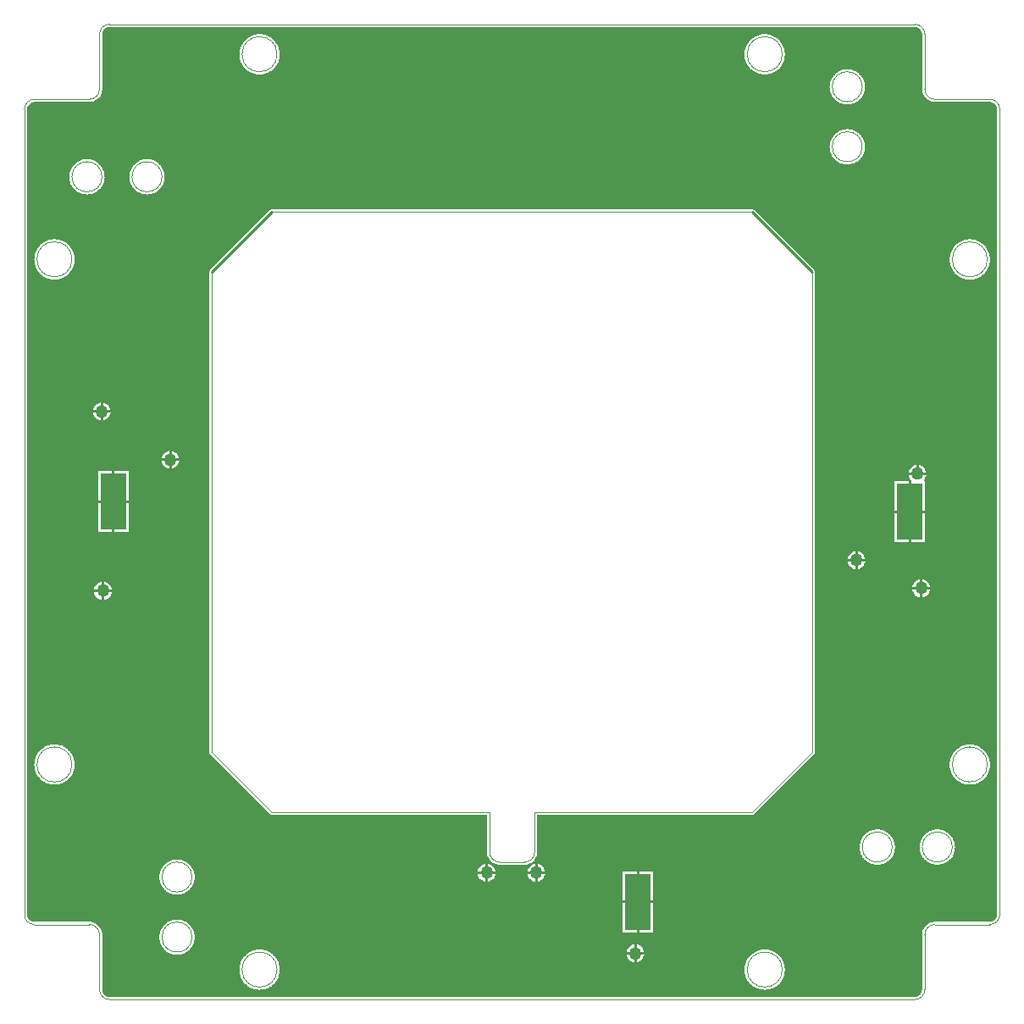
<source format=gbl>
G04*
G04 #@! TF.GenerationSoftware,Altium Limited,Altium Designer,19.0.10 (269)*
G04*
G04 Layer_Physical_Order=2*
G04 Layer_Color=16711680*
%FSLAX42Y42*%
%MOMM*%
G71*
G01*
G75*
%ADD11C,0.25*%
%ADD34C,0.01*%
%ADD35R,2.54X5.59*%
%ADD36C,1.27*%
G36*
X11645Y12468D02*
X11664Y12466D01*
X11682Y12458D01*
X11697Y12447D01*
X11708Y12432D01*
X11716Y12414D01*
X11718Y12395D01*
X11718D01*
Y11845D01*
X11718D01*
X11722Y11812D01*
X11735Y11781D01*
X11755Y11755D01*
X11781Y11735D01*
X11812Y11722D01*
X11845Y11718D01*
Y11718D01*
X12395D01*
Y11718D01*
X12414Y11716D01*
X12432Y11708D01*
X12447Y11697D01*
X12458Y11682D01*
X12466Y11664D01*
X12468Y11645D01*
X12468D01*
Y4870D01*
Y3670D01*
Y3595D01*
X12468D01*
X12466Y3576D01*
X12458Y3558D01*
X12447Y3543D01*
X12432Y3532D01*
X12414Y3524D01*
X12395Y3522D01*
Y3522D01*
X11845D01*
Y3522D01*
X11812Y3518D01*
X11781Y3505D01*
X11755Y3485D01*
X11735Y3459D01*
X11722Y3428D01*
X11718Y3395D01*
X11718D01*
Y2845D01*
X11718D01*
X11716Y2826D01*
X11708Y2808D01*
X11697Y2793D01*
X11682Y2782D01*
X11664Y2774D01*
X11645Y2772D01*
Y2772D01*
X3595D01*
Y2772D01*
X3576Y2774D01*
X3558Y2782D01*
X3543Y2793D01*
X3532Y2808D01*
X3524Y2826D01*
X3522Y2845D01*
X3522D01*
Y3395D01*
X3522D01*
X3518Y3428D01*
X3505Y3459D01*
X3485Y3485D01*
X3459Y3505D01*
X3428Y3518D01*
X3395Y3522D01*
Y3522D01*
X2845D01*
Y3522D01*
X2826Y3524D01*
X2808Y3532D01*
X2793Y3543D01*
X2782Y3558D01*
X2774Y3576D01*
X2772Y3595D01*
X2772D01*
Y11645D01*
X2772D01*
X2774Y11664D01*
X2782Y11682D01*
X2793Y11697D01*
X2808Y11708D01*
X2826Y11716D01*
X2845Y11718D01*
Y11718D01*
X3395D01*
Y11718D01*
X3428Y11722D01*
X3459Y11735D01*
X3485Y11755D01*
X3505Y11781D01*
X3518Y11812D01*
X3522Y11845D01*
X3522D01*
Y12395D01*
X3522D01*
X3524Y12414D01*
X3532Y12432D01*
X3543Y12447D01*
X3558Y12458D01*
X3576Y12466D01*
X3595Y12468D01*
Y12468D01*
X11645D01*
Y12468D01*
D02*
G37*
%LPC*%
G36*
X10145Y12397D02*
X10134Y12396D01*
X10128D01*
X10125Y12395D01*
X10123D01*
X10117Y12394D01*
X10106Y12393D01*
X10095Y12390D01*
X10089Y12389D01*
X10087Y12388D01*
X10084Y12387D01*
X10079Y12385D01*
X10068Y12382D01*
X10058Y12376D01*
X10052Y12374D01*
X10050Y12373D01*
X10048Y12372D01*
X10043Y12368D01*
X10033Y12363D01*
X10024Y12356D01*
X10019Y12352D01*
X10017Y12351D01*
X10015Y12349D01*
X10011Y12345D01*
X10002Y12338D01*
X9995Y12329D01*
X9991Y12325D01*
X9989Y12323D01*
X9988Y12321D01*
X9984Y12316D01*
X9977Y12307D01*
X9972Y12297D01*
X9968Y12292D01*
X9967Y12290D01*
X9966Y12288D01*
X9964Y12282D01*
X9958Y12272D01*
X9955Y12261D01*
X9953Y12256D01*
X9952Y12253D01*
X9951Y12251D01*
X9950Y12245D01*
X9947Y12234D01*
X9946Y12223D01*
X9945Y12217D01*
Y12215D01*
X9944Y12212D01*
Y12206D01*
X9943Y12195D01*
X9944Y12184D01*
Y12178D01*
X9945Y12175D01*
Y12173D01*
X9946Y12167D01*
X9947Y12156D01*
X9950Y12145D01*
X9951Y12139D01*
X9952Y12137D01*
X9953Y12134D01*
X9955Y12129D01*
X9958Y12118D01*
X9964Y12108D01*
X9966Y12102D01*
X9967Y12100D01*
X9968Y12098D01*
X9972Y12093D01*
X9977Y12083D01*
X9984Y12074D01*
X9988Y12069D01*
X9989Y12067D01*
X9991Y12065D01*
X9995Y12061D01*
X10002Y12052D01*
X10011Y12045D01*
X10015Y12041D01*
X10017Y12039D01*
X10019Y12038D01*
X10024Y12034D01*
X10033Y12027D01*
X10043Y12022D01*
X10048Y12018D01*
X10050Y12017D01*
X10052Y12016D01*
X10058Y12014D01*
X10068Y12008D01*
X10079Y12005D01*
X10084Y12003D01*
X10087Y12002D01*
X10089Y12001D01*
X10095Y12000D01*
X10106Y11997D01*
X10117Y11996D01*
X10123Y11995D01*
X10125D01*
X10128Y11994D01*
X10134D01*
X10145Y11993D01*
X10156Y11994D01*
X10162D01*
X10165Y11995D01*
X10167D01*
X10173Y11996D01*
X10184Y11997D01*
X10195Y12000D01*
X10201Y12001D01*
X10203Y12002D01*
X10206Y12003D01*
X10211Y12005D01*
X10222Y12008D01*
X10232Y12014D01*
X10238Y12016D01*
X10240Y12017D01*
X10242Y12018D01*
X10247Y12022D01*
X10257Y12027D01*
X10266Y12034D01*
X10271Y12038D01*
X10273Y12039D01*
X10275Y12041D01*
X10279Y12045D01*
X10288Y12052D01*
X10295Y12061D01*
X10299Y12065D01*
X10301Y12067D01*
X10302Y12069D01*
X10306Y12074D01*
X10313Y12083D01*
X10318Y12093D01*
X10322Y12098D01*
X10323Y12100D01*
X10324Y12102D01*
X10326Y12108D01*
X10332Y12118D01*
X10335Y12129D01*
X10337Y12134D01*
X10338Y12137D01*
X10339Y12139D01*
X10340Y12145D01*
X10343Y12156D01*
X10344Y12167D01*
X10345Y12173D01*
Y12175D01*
X10346Y12178D01*
Y12184D01*
X10347Y12195D01*
X10346Y12206D01*
Y12212D01*
X10345Y12215D01*
Y12217D01*
X10344Y12223D01*
X10343Y12234D01*
X10340Y12245D01*
X10339Y12251D01*
X10338Y12253D01*
X10337Y12256D01*
X10335Y12261D01*
X10332Y12272D01*
X10326Y12282D01*
X10324Y12288D01*
X10323Y12290D01*
X10322Y12292D01*
X10318Y12297D01*
X10313Y12307D01*
X10306Y12316D01*
X10302Y12321D01*
X10301Y12323D01*
X10299Y12325D01*
X10295Y12329D01*
X10288Y12338D01*
X10279Y12345D01*
X10275Y12349D01*
X10273Y12351D01*
X10271Y12352D01*
X10266Y12356D01*
X10257Y12363D01*
X10247Y12368D01*
X10242Y12372D01*
X10240Y12373D01*
X10238Y12374D01*
X10232Y12376D01*
X10222Y12382D01*
X10211Y12385D01*
X10206Y12387D01*
X10203Y12388D01*
X10201Y12389D01*
X10195Y12390D01*
X10184Y12393D01*
X10173Y12394D01*
X10167Y12395D01*
X10165D01*
X10162Y12396D01*
X10156D01*
X10145Y12397D01*
D02*
G37*
G36*
X5095D02*
X5084Y12396D01*
X5078D01*
X5075Y12395D01*
X5073D01*
X5067Y12394D01*
X5056Y12393D01*
X5045Y12390D01*
X5039Y12389D01*
X5037Y12388D01*
X5034Y12387D01*
X5029Y12385D01*
X5018Y12382D01*
X5008Y12376D01*
X5002Y12374D01*
X5000Y12373D01*
X4998Y12372D01*
X4993Y12368D01*
X4983Y12363D01*
X4974Y12356D01*
X4969Y12352D01*
X4967Y12351D01*
X4965Y12349D01*
X4961Y12345D01*
X4952Y12338D01*
X4945Y12329D01*
X4941Y12325D01*
X4939Y12323D01*
X4938Y12321D01*
X4934Y12316D01*
X4927Y12307D01*
X4922Y12297D01*
X4918Y12292D01*
X4917Y12290D01*
X4916Y12288D01*
X4914Y12282D01*
X4908Y12272D01*
X4905Y12261D01*
X4903Y12256D01*
X4902Y12253D01*
X4901Y12251D01*
X4900Y12245D01*
X4897Y12234D01*
X4896Y12223D01*
X4895Y12217D01*
Y12215D01*
X4894Y12212D01*
Y12206D01*
X4893Y12195D01*
X4894Y12184D01*
Y12178D01*
X4895Y12175D01*
Y12173D01*
X4896Y12167D01*
X4897Y12156D01*
X4900Y12145D01*
X4901Y12139D01*
X4902Y12137D01*
X4903Y12134D01*
X4905Y12129D01*
X4908Y12118D01*
X4914Y12108D01*
X4916Y12102D01*
X4917Y12100D01*
X4918Y12098D01*
X4922Y12093D01*
X4927Y12083D01*
X4934Y12074D01*
X4938Y12069D01*
X4939Y12067D01*
X4941Y12065D01*
X4945Y12061D01*
X4952Y12052D01*
X4961Y12045D01*
X4965Y12041D01*
X4967Y12039D01*
X4969Y12038D01*
X4974Y12034D01*
X4983Y12027D01*
X4993Y12022D01*
X4998Y12018D01*
X5000Y12017D01*
X5002Y12016D01*
X5008Y12014D01*
X5018Y12008D01*
X5029Y12005D01*
X5034Y12003D01*
X5037Y12002D01*
X5039Y12001D01*
X5045Y12000D01*
X5056Y11997D01*
X5067Y11996D01*
X5073Y11995D01*
X5075D01*
X5078Y11994D01*
X5084D01*
X5095Y11993D01*
X5106Y11994D01*
X5112D01*
X5115Y11995D01*
X5117D01*
X5123Y11996D01*
X5134Y11997D01*
X5145Y12000D01*
X5151Y12001D01*
X5153Y12002D01*
X5156Y12003D01*
X5161Y12005D01*
X5172Y12008D01*
X5182Y12014D01*
X5188Y12016D01*
X5190Y12017D01*
X5192Y12018D01*
X5197Y12022D01*
X5207Y12027D01*
X5216Y12034D01*
X5221Y12038D01*
X5223Y12039D01*
X5225Y12041D01*
X5229Y12045D01*
X5238Y12052D01*
X5245Y12061D01*
X5249Y12065D01*
X5251Y12067D01*
X5252Y12069D01*
X5256Y12074D01*
X5263Y12083D01*
X5268Y12093D01*
X5272Y12098D01*
X5273Y12100D01*
X5274Y12102D01*
X5276Y12108D01*
X5282Y12118D01*
X5285Y12129D01*
X5287Y12134D01*
X5288Y12137D01*
X5289Y12139D01*
X5290Y12145D01*
X5293Y12156D01*
X5294Y12167D01*
X5295Y12173D01*
Y12175D01*
X5296Y12178D01*
Y12184D01*
X5297Y12195D01*
X5296Y12206D01*
Y12212D01*
X5295Y12215D01*
Y12217D01*
X5294Y12223D01*
X5293Y12234D01*
X5290Y12245D01*
X5289Y12251D01*
X5288Y12253D01*
X5287Y12256D01*
X5285Y12261D01*
X5282Y12272D01*
X5276Y12282D01*
X5274Y12288D01*
X5273Y12290D01*
X5272Y12292D01*
X5268Y12297D01*
X5263Y12307D01*
X5256Y12316D01*
X5252Y12321D01*
X5251Y12323D01*
X5249Y12325D01*
X5245Y12329D01*
X5238Y12338D01*
X5229Y12345D01*
X5225Y12349D01*
X5223Y12351D01*
X5221Y12352D01*
X5216Y12356D01*
X5207Y12363D01*
X5197Y12368D01*
X5192Y12372D01*
X5190Y12373D01*
X5188Y12374D01*
X5182Y12376D01*
X5172Y12382D01*
X5161Y12385D01*
X5156Y12387D01*
X5153Y12388D01*
X5151Y12389D01*
X5145Y12390D01*
X5134Y12393D01*
X5123Y12394D01*
X5117Y12395D01*
X5115D01*
X5112Y12396D01*
X5106D01*
X5095Y12397D01*
D02*
G37*
G36*
X10970Y12047D02*
X10960Y12046D01*
X10955D01*
X10953Y12045D01*
X10950D01*
X10946Y12044D01*
X10935Y12043D01*
X10926Y12041D01*
X10921Y12040D01*
X10919Y12039D01*
X10916Y12038D01*
X10912Y12036D01*
X10902Y12033D01*
X10893Y12029D01*
X10889Y12027D01*
X10887Y12025D01*
X10885Y12024D01*
X10881Y12022D01*
X10872Y12017D01*
X10864Y12011D01*
X10860Y12008D01*
X10858Y12006D01*
X10856Y12005D01*
X10853Y12001D01*
X10845Y11995D01*
X10839Y11987D01*
X10835Y11984D01*
X10834Y11982D01*
X10832Y11980D01*
X10829Y11976D01*
X10823Y11968D01*
X10818Y11959D01*
X10816Y11955D01*
X10815Y11953D01*
X10813Y11951D01*
X10811Y11947D01*
X10807Y11938D01*
X10804Y11928D01*
X10802Y11924D01*
X10801Y11921D01*
X10800Y11919D01*
X10799Y11914D01*
X10797Y11905D01*
X10796Y11894D01*
X10795Y11890D01*
Y11887D01*
X10794Y11885D01*
Y11880D01*
X10793Y11870D01*
X10794Y11860D01*
Y11855D01*
X10795Y11853D01*
Y11850D01*
X10796Y11846D01*
X10797Y11835D01*
X10799Y11826D01*
X10800Y11821D01*
X10801Y11819D01*
X10802Y11816D01*
X10804Y11812D01*
X10807Y11802D01*
X10811Y11793D01*
X10813Y11789D01*
X10815Y11787D01*
X10816Y11785D01*
X10818Y11781D01*
X10823Y11772D01*
X10829Y11764D01*
X10832Y11760D01*
X10834Y11758D01*
X10835Y11756D01*
X10839Y11753D01*
X10845Y11745D01*
X10853Y11739D01*
X10856Y11735D01*
X10858Y11734D01*
X10860Y11732D01*
X10864Y11729D01*
X10872Y11723D01*
X10881Y11718D01*
X10885Y11716D01*
X10887Y11715D01*
X10889Y11713D01*
X10893Y11711D01*
X10902Y11707D01*
X10912Y11704D01*
X10916Y11702D01*
X10919Y11701D01*
X10921Y11700D01*
X10926Y11699D01*
X10935Y11697D01*
X10946Y11696D01*
X10950Y11695D01*
X10953D01*
X10955Y11694D01*
X10960D01*
X10970Y11693D01*
X10980Y11694D01*
X10985D01*
X10987Y11695D01*
X10990D01*
X10994Y11696D01*
X11005Y11697D01*
X11014Y11699D01*
X11019Y11700D01*
X11021Y11701D01*
X11024Y11702D01*
X11028Y11704D01*
X11038Y11707D01*
X11047Y11711D01*
X11051Y11713D01*
X11053Y11715D01*
X11055Y11716D01*
X11059Y11718D01*
X11068Y11723D01*
X11076Y11729D01*
X11080Y11732D01*
X11082Y11734D01*
X11084Y11735D01*
X11087Y11739D01*
X11095Y11745D01*
X11101Y11753D01*
X11105Y11756D01*
X11106Y11758D01*
X11108Y11760D01*
X11111Y11764D01*
X11117Y11772D01*
X11122Y11781D01*
X11124Y11785D01*
X11125Y11787D01*
X11127Y11789D01*
X11129Y11793D01*
X11133Y11802D01*
X11136Y11812D01*
X11138Y11816D01*
X11139Y11819D01*
X11140Y11821D01*
X11141Y11826D01*
X11143Y11835D01*
X11144Y11846D01*
X11145Y11850D01*
Y11853D01*
X11146Y11855D01*
Y11860D01*
X11147Y11870D01*
X11146Y11880D01*
Y11885D01*
X11145Y11887D01*
Y11890D01*
X11144Y11894D01*
X11143Y11905D01*
X11141Y11914D01*
X11140Y11919D01*
X11139Y11921D01*
X11138Y11924D01*
X11136Y11928D01*
X11133Y11938D01*
X11129Y11947D01*
X11127Y11951D01*
X11125Y11953D01*
X11124Y11955D01*
X11122Y11959D01*
X11117Y11968D01*
X11111Y11976D01*
X11108Y11980D01*
X11106Y11982D01*
X11105Y11984D01*
X11101Y11987D01*
X11095Y11995D01*
X11087Y12001D01*
X11084Y12005D01*
X11082Y12006D01*
X11080Y12008D01*
X11076Y12011D01*
X11068Y12017D01*
X11059Y12022D01*
X11055Y12024D01*
X11053Y12025D01*
X11051Y12027D01*
X11047Y12029D01*
X11038Y12033D01*
X11028Y12036D01*
X11024Y12038D01*
X11021Y12039D01*
X11019Y12040D01*
X11014Y12041D01*
X11005Y12043D01*
X10994Y12044D01*
X10990Y12045D01*
X10987D01*
X10985Y12046D01*
X10980D01*
X10970Y12047D01*
D02*
G37*
G36*
Y11447D02*
X10960Y11446D01*
X10955D01*
X10953Y11445D01*
X10950D01*
X10946Y11444D01*
X10935Y11443D01*
X10926Y11441D01*
X10921Y11440D01*
X10919Y11439D01*
X10916Y11438D01*
X10912Y11436D01*
X10902Y11433D01*
X10893Y11429D01*
X10889Y11427D01*
X10887Y11425D01*
X10885Y11424D01*
X10881Y11422D01*
X10872Y11417D01*
X10864Y11411D01*
X10860Y11408D01*
X10858Y11406D01*
X10856Y11405D01*
X10853Y11401D01*
X10845Y11395D01*
X10839Y11387D01*
X10835Y11384D01*
X10834Y11382D01*
X10832Y11380D01*
X10829Y11376D01*
X10823Y11368D01*
X10818Y11359D01*
X10816Y11355D01*
X10815Y11353D01*
X10813Y11351D01*
X10811Y11347D01*
X10807Y11338D01*
X10804Y11328D01*
X10802Y11324D01*
X10801Y11321D01*
X10800Y11319D01*
X10799Y11314D01*
X10797Y11305D01*
X10796Y11294D01*
X10795Y11290D01*
Y11287D01*
X10794Y11285D01*
Y11280D01*
X10793Y11270D01*
X10794Y11260D01*
Y11255D01*
X10795Y11253D01*
Y11250D01*
X10796Y11246D01*
X10797Y11235D01*
X10799Y11226D01*
X10800Y11221D01*
X10801Y11219D01*
X10802Y11216D01*
X10804Y11212D01*
X10807Y11202D01*
X10811Y11193D01*
X10813Y11189D01*
X10815Y11187D01*
X10816Y11185D01*
X10818Y11181D01*
X10823Y11172D01*
X10829Y11164D01*
X10832Y11160D01*
X10834Y11158D01*
X10835Y11156D01*
X10839Y11153D01*
X10845Y11145D01*
X10853Y11139D01*
X10856Y11135D01*
X10858Y11134D01*
X10860Y11132D01*
X10864Y11129D01*
X10872Y11123D01*
X10881Y11118D01*
X10885Y11116D01*
X10887Y11115D01*
X10889Y11113D01*
X10893Y11111D01*
X10902Y11107D01*
X10912Y11104D01*
X10916Y11102D01*
X10919Y11101D01*
X10921Y11100D01*
X10926Y11099D01*
X10935Y11097D01*
X10946Y11096D01*
X10950Y11095D01*
X10953D01*
X10955Y11094D01*
X10960D01*
X10970Y11093D01*
X10980Y11094D01*
X10985D01*
X10987Y11095D01*
X10990D01*
X10994Y11096D01*
X11005Y11097D01*
X11014Y11099D01*
X11019Y11100D01*
X11021Y11101D01*
X11024Y11102D01*
X11028Y11104D01*
X11038Y11107D01*
X11047Y11111D01*
X11051Y11113D01*
X11053Y11115D01*
X11055Y11116D01*
X11059Y11118D01*
X11068Y11123D01*
X11076Y11129D01*
X11080Y11132D01*
X11082Y11134D01*
X11084Y11135D01*
X11087Y11139D01*
X11095Y11145D01*
X11101Y11153D01*
X11105Y11156D01*
X11106Y11158D01*
X11108Y11160D01*
X11111Y11164D01*
X11117Y11172D01*
X11122Y11181D01*
X11124Y11185D01*
X11125Y11187D01*
X11127Y11189D01*
X11129Y11193D01*
X11133Y11202D01*
X11136Y11212D01*
X11138Y11216D01*
X11139Y11219D01*
X11140Y11221D01*
X11141Y11226D01*
X11143Y11235D01*
X11144Y11246D01*
X11145Y11250D01*
Y11253D01*
X11146Y11255D01*
Y11260D01*
X11147Y11270D01*
X11146Y11280D01*
Y11285D01*
X11145Y11287D01*
Y11290D01*
X11144Y11294D01*
X11143Y11305D01*
X11141Y11314D01*
X11140Y11319D01*
X11139Y11321D01*
X11138Y11324D01*
X11136Y11328D01*
X11133Y11338D01*
X11129Y11347D01*
X11127Y11351D01*
X11125Y11353D01*
X11124Y11355D01*
X11122Y11359D01*
X11117Y11368D01*
X11111Y11376D01*
X11108Y11380D01*
X11106Y11382D01*
X11105Y11384D01*
X11101Y11387D01*
X11095Y11395D01*
X11087Y11401D01*
X11084Y11405D01*
X11082Y11406D01*
X11080Y11408D01*
X11076Y11411D01*
X11068Y11417D01*
X11059Y11422D01*
X11055Y11424D01*
X11053Y11425D01*
X11051Y11427D01*
X11047Y11429D01*
X11038Y11433D01*
X11028Y11436D01*
X11024Y11438D01*
X11021Y11439D01*
X11019Y11440D01*
X11014Y11441D01*
X11005Y11443D01*
X10994Y11444D01*
X10990Y11445D01*
X10987D01*
X10985Y11446D01*
X10980D01*
X10970Y11447D01*
D02*
G37*
G36*
X3970Y11147D02*
X3960Y11146D01*
X3955D01*
X3953Y11145D01*
X3950D01*
X3946Y11144D01*
X3935Y11143D01*
X3926Y11141D01*
X3921Y11140D01*
X3919Y11139D01*
X3916Y11138D01*
X3912Y11136D01*
X3902Y11133D01*
X3893Y11129D01*
X3889Y11127D01*
X3887Y11125D01*
X3885Y11124D01*
X3881Y11122D01*
X3872Y11117D01*
X3864Y11111D01*
X3860Y11108D01*
X3858Y11106D01*
X3856Y11105D01*
X3853Y11101D01*
X3845Y11095D01*
X3839Y11087D01*
X3835Y11084D01*
X3834Y11082D01*
X3832Y11080D01*
X3829Y11076D01*
X3823Y11068D01*
X3818Y11059D01*
X3816Y11055D01*
X3815Y11053D01*
X3813Y11051D01*
X3811Y11047D01*
X3807Y11038D01*
X3804Y11028D01*
X3802Y11024D01*
X3801Y11021D01*
X3800Y11019D01*
X3799Y11014D01*
X3797Y11005D01*
X3796Y10994D01*
X3795Y10990D01*
Y10987D01*
X3794Y10985D01*
Y10980D01*
X3793Y10970D01*
X3794Y10960D01*
Y10955D01*
X3795Y10953D01*
Y10950D01*
X3796Y10946D01*
X3797Y10935D01*
X3799Y10926D01*
X3800Y10921D01*
X3801Y10919D01*
X3802Y10916D01*
X3804Y10912D01*
X3807Y10902D01*
X3811Y10893D01*
X3813Y10889D01*
X3815Y10887D01*
X3816Y10885D01*
X3818Y10881D01*
X3823Y10872D01*
X3829Y10864D01*
X3832Y10860D01*
X3834Y10858D01*
X3835Y10856D01*
X3839Y10853D01*
X3845Y10845D01*
X3853Y10839D01*
X3856Y10835D01*
X3858Y10834D01*
X3860Y10832D01*
X3864Y10829D01*
X3872Y10823D01*
X3881Y10818D01*
X3885Y10816D01*
X3887Y10815D01*
X3889Y10813D01*
X3893Y10811D01*
X3902Y10807D01*
X3912Y10804D01*
X3916Y10802D01*
X3919Y10801D01*
X3921Y10800D01*
X3926Y10799D01*
X3935Y10797D01*
X3946Y10796D01*
X3950Y10795D01*
X3953D01*
X3955Y10794D01*
X3960D01*
X3970Y10793D01*
X3980Y10794D01*
X3985D01*
X3987Y10795D01*
X3990D01*
X3994Y10796D01*
X4005Y10797D01*
X4014Y10799D01*
X4019Y10800D01*
X4021Y10801D01*
X4024Y10802D01*
X4028Y10804D01*
X4038Y10807D01*
X4047Y10811D01*
X4051Y10813D01*
X4053Y10815D01*
X4055Y10816D01*
X4059Y10818D01*
X4068Y10823D01*
X4076Y10829D01*
X4080Y10832D01*
X4082Y10834D01*
X4084Y10835D01*
X4087Y10839D01*
X4095Y10845D01*
X4101Y10853D01*
X4105Y10856D01*
X4106Y10858D01*
X4108Y10860D01*
X4111Y10864D01*
X4117Y10872D01*
X4122Y10881D01*
X4124Y10885D01*
X4125Y10887D01*
X4127Y10889D01*
X4129Y10893D01*
X4133Y10902D01*
X4136Y10912D01*
X4138Y10916D01*
X4139Y10919D01*
X4140Y10921D01*
X4141Y10926D01*
X4143Y10935D01*
X4144Y10946D01*
X4145Y10950D01*
Y10953D01*
X4146Y10955D01*
Y10960D01*
X4147Y10970D01*
X4146Y10980D01*
Y10985D01*
X4145Y10987D01*
Y10990D01*
X4144Y10994D01*
X4143Y11005D01*
X4141Y11014D01*
X4140Y11019D01*
X4139Y11021D01*
X4138Y11024D01*
X4136Y11028D01*
X4133Y11038D01*
X4129Y11047D01*
X4127Y11051D01*
X4125Y11053D01*
X4124Y11055D01*
X4122Y11059D01*
X4117Y11068D01*
X4111Y11076D01*
X4108Y11080D01*
X4106Y11082D01*
X4105Y11084D01*
X4101Y11087D01*
X4095Y11095D01*
X4087Y11101D01*
X4084Y11105D01*
X4082Y11106D01*
X4080Y11108D01*
X4076Y11111D01*
X4068Y11117D01*
X4059Y11122D01*
X4055Y11124D01*
X4053Y11125D01*
X4051Y11127D01*
X4047Y11129D01*
X4038Y11133D01*
X4028Y11136D01*
X4024Y11138D01*
X4021Y11139D01*
X4019Y11140D01*
X4014Y11141D01*
X4005Y11143D01*
X3994Y11144D01*
X3990Y11145D01*
X3987D01*
X3985Y11146D01*
X3980D01*
X3970Y11147D01*
D02*
G37*
G36*
X3370D02*
X3360Y11146D01*
X3355D01*
X3353Y11145D01*
X3350D01*
X3346Y11144D01*
X3335Y11143D01*
X3326Y11141D01*
X3321Y11140D01*
X3319Y11139D01*
X3316Y11138D01*
X3312Y11136D01*
X3302Y11133D01*
X3293Y11129D01*
X3289Y11127D01*
X3287Y11125D01*
X3285Y11124D01*
X3281Y11122D01*
X3272Y11117D01*
X3264Y11111D01*
X3260Y11108D01*
X3258Y11106D01*
X3256Y11105D01*
X3253Y11101D01*
X3245Y11095D01*
X3239Y11087D01*
X3235Y11084D01*
X3234Y11082D01*
X3232Y11080D01*
X3229Y11076D01*
X3223Y11068D01*
X3218Y11059D01*
X3216Y11055D01*
X3215Y11053D01*
X3213Y11051D01*
X3211Y11047D01*
X3207Y11038D01*
X3204Y11028D01*
X3202Y11024D01*
X3201Y11021D01*
X3200Y11019D01*
X3199Y11014D01*
X3197Y11005D01*
X3196Y10994D01*
X3195Y10990D01*
Y10987D01*
X3194Y10985D01*
Y10980D01*
X3193Y10970D01*
X3194Y10960D01*
Y10955D01*
X3195Y10953D01*
Y10950D01*
X3196Y10946D01*
X3197Y10935D01*
X3199Y10926D01*
X3200Y10921D01*
X3201Y10919D01*
X3202Y10916D01*
X3204Y10912D01*
X3207Y10902D01*
X3211Y10893D01*
X3213Y10889D01*
X3215Y10887D01*
X3216Y10885D01*
X3218Y10881D01*
X3223Y10872D01*
X3229Y10864D01*
X3232Y10860D01*
X3234Y10858D01*
X3235Y10856D01*
X3239Y10853D01*
X3245Y10845D01*
X3253Y10839D01*
X3256Y10835D01*
X3258Y10834D01*
X3260Y10832D01*
X3264Y10829D01*
X3272Y10823D01*
X3281Y10818D01*
X3285Y10816D01*
X3287Y10815D01*
X3289Y10813D01*
X3293Y10811D01*
X3302Y10807D01*
X3312Y10804D01*
X3316Y10802D01*
X3319Y10801D01*
X3321Y10800D01*
X3326Y10799D01*
X3335Y10797D01*
X3346Y10796D01*
X3350Y10795D01*
X3353D01*
X3355Y10794D01*
X3360D01*
X3370Y10793D01*
X3380Y10794D01*
X3385D01*
X3387Y10795D01*
X3390D01*
X3394Y10796D01*
X3405Y10797D01*
X3414Y10799D01*
X3419Y10800D01*
X3421Y10801D01*
X3424Y10802D01*
X3428Y10804D01*
X3438Y10807D01*
X3447Y10811D01*
X3451Y10813D01*
X3453Y10815D01*
X3455Y10816D01*
X3459Y10818D01*
X3468Y10823D01*
X3476Y10829D01*
X3480Y10832D01*
X3482Y10834D01*
X3484Y10835D01*
X3487Y10839D01*
X3495Y10845D01*
X3501Y10853D01*
X3505Y10856D01*
X3506Y10858D01*
X3508Y10860D01*
X3511Y10864D01*
X3517Y10872D01*
X3522Y10881D01*
X3524Y10885D01*
X3525Y10887D01*
X3527Y10889D01*
X3529Y10893D01*
X3533Y10902D01*
X3536Y10912D01*
X3538Y10916D01*
X3539Y10919D01*
X3540Y10921D01*
X3541Y10926D01*
X3543Y10935D01*
X3544Y10946D01*
X3545Y10950D01*
Y10953D01*
X3546Y10955D01*
Y10960D01*
X3547Y10970D01*
X3546Y10980D01*
Y10985D01*
X3545Y10987D01*
Y10990D01*
X3544Y10994D01*
X3543Y11005D01*
X3541Y11014D01*
X3540Y11019D01*
X3539Y11021D01*
X3538Y11024D01*
X3536Y11028D01*
X3533Y11038D01*
X3529Y11047D01*
X3527Y11051D01*
X3525Y11053D01*
X3524Y11055D01*
X3522Y11059D01*
X3517Y11068D01*
X3511Y11076D01*
X3508Y11080D01*
X3506Y11082D01*
X3505Y11084D01*
X3501Y11087D01*
X3495Y11095D01*
X3487Y11101D01*
X3484Y11105D01*
X3482Y11106D01*
X3480Y11108D01*
X3476Y11111D01*
X3468Y11117D01*
X3459Y11122D01*
X3455Y11124D01*
X3453Y11125D01*
X3451Y11127D01*
X3447Y11129D01*
X3438Y11133D01*
X3428Y11136D01*
X3424Y11138D01*
X3421Y11139D01*
X3419Y11140D01*
X3414Y11141D01*
X3405Y11143D01*
X3394Y11144D01*
X3390Y11145D01*
X3387D01*
X3385Y11146D01*
X3380D01*
X3370Y11147D01*
D02*
G37*
G36*
X12195Y10347D02*
X12184Y10346D01*
X12178D01*
X12175Y10345D01*
X12173D01*
X12167Y10344D01*
X12156Y10343D01*
X12145Y10340D01*
X12139Y10339D01*
X12137Y10338D01*
X12134Y10337D01*
X12129Y10335D01*
X12118Y10332D01*
X12108Y10326D01*
X12102Y10324D01*
X12100Y10323D01*
X12098Y10322D01*
X12093Y10318D01*
X12083Y10313D01*
X12074Y10306D01*
X12069Y10302D01*
X12067Y10301D01*
X12065Y10299D01*
X12061Y10295D01*
X12052Y10288D01*
X12045Y10279D01*
X12041Y10275D01*
X12039Y10273D01*
X12038Y10271D01*
X12034Y10266D01*
X12027Y10257D01*
X12022Y10247D01*
X12018Y10242D01*
X12017Y10240D01*
X12016Y10238D01*
X12014Y10232D01*
X12008Y10222D01*
X12005Y10211D01*
X12003Y10206D01*
X12002Y10203D01*
X12001Y10201D01*
X12000Y10195D01*
X11997Y10184D01*
X11996Y10173D01*
X11995Y10167D01*
Y10165D01*
X11994Y10162D01*
Y10156D01*
X11993Y10145D01*
X11994Y10134D01*
Y10128D01*
X11995Y10125D01*
Y10123D01*
X11996Y10117D01*
X11997Y10106D01*
X12000Y10095D01*
X12001Y10089D01*
X12002Y10087D01*
X12003Y10084D01*
X12005Y10079D01*
X12008Y10068D01*
X12014Y10058D01*
X12016Y10052D01*
X12017Y10050D01*
X12018Y10048D01*
X12022Y10043D01*
X12027Y10033D01*
X12034Y10024D01*
X12038Y10019D01*
X12039Y10017D01*
X12041Y10015D01*
X12045Y10011D01*
X12052Y10002D01*
X12061Y9995D01*
X12065Y9991D01*
X12067Y9989D01*
X12069Y9988D01*
X12074Y9984D01*
X12083Y9977D01*
X12093Y9972D01*
X12098Y9968D01*
X12100Y9967D01*
X12102Y9966D01*
X12108Y9964D01*
X12118Y9958D01*
X12129Y9955D01*
X12134Y9953D01*
X12137Y9952D01*
X12139Y9951D01*
X12145Y9950D01*
X12156Y9947D01*
X12167Y9946D01*
X12173Y9945D01*
X12175D01*
X12178Y9944D01*
X12184D01*
X12195Y9943D01*
X12206Y9944D01*
X12212D01*
X12215Y9945D01*
X12217D01*
X12223Y9946D01*
X12234Y9947D01*
X12245Y9950D01*
X12251Y9951D01*
X12253Y9952D01*
X12256Y9953D01*
X12261Y9955D01*
X12272Y9958D01*
X12282Y9964D01*
X12288Y9966D01*
X12290Y9967D01*
X12292Y9968D01*
X12297Y9972D01*
X12307Y9977D01*
X12316Y9984D01*
X12321Y9988D01*
X12323Y9989D01*
X12325Y9991D01*
X12329Y9995D01*
X12338Y10002D01*
X12345Y10011D01*
X12349Y10015D01*
X12351Y10017D01*
X12352Y10019D01*
X12356Y10024D01*
X12363Y10033D01*
X12368Y10043D01*
X12372Y10048D01*
X12373Y10050D01*
X12374Y10052D01*
X12376Y10058D01*
X12382Y10068D01*
X12385Y10079D01*
X12387Y10084D01*
X12388Y10087D01*
X12389Y10089D01*
X12390Y10095D01*
X12393Y10106D01*
X12394Y10117D01*
X12395Y10123D01*
Y10125D01*
X12396Y10128D01*
Y10134D01*
X12397Y10145D01*
X12396Y10156D01*
Y10162D01*
X12395Y10165D01*
Y10167D01*
X12394Y10173D01*
X12393Y10184D01*
X12390Y10195D01*
X12389Y10201D01*
X12388Y10203D01*
X12387Y10206D01*
X12385Y10211D01*
X12382Y10222D01*
X12376Y10232D01*
X12374Y10238D01*
X12373Y10240D01*
X12372Y10242D01*
X12368Y10247D01*
X12363Y10257D01*
X12356Y10266D01*
X12352Y10271D01*
X12351Y10273D01*
X12349Y10275D01*
X12345Y10279D01*
X12338Y10288D01*
X12329Y10295D01*
X12325Y10299D01*
X12323Y10301D01*
X12321Y10302D01*
X12316Y10306D01*
X12307Y10313D01*
X12297Y10318D01*
X12292Y10322D01*
X12290Y10323D01*
X12288Y10324D01*
X12282Y10326D01*
X12272Y10332D01*
X12261Y10335D01*
X12256Y10337D01*
X12253Y10338D01*
X12251Y10339D01*
X12245Y10340D01*
X12234Y10343D01*
X12223Y10344D01*
X12217Y10345D01*
X12215D01*
X12212Y10346D01*
X12206D01*
X12195Y10347D01*
D02*
G37*
G36*
X3045D02*
X3034Y10346D01*
X3028D01*
X3025Y10345D01*
X3023D01*
X3017Y10344D01*
X3006Y10343D01*
X2995Y10340D01*
X2989Y10339D01*
X2987Y10338D01*
X2984Y10337D01*
X2979Y10335D01*
X2968Y10332D01*
X2958Y10326D01*
X2952Y10324D01*
X2950Y10323D01*
X2948Y10322D01*
X2943Y10318D01*
X2933Y10313D01*
X2924Y10306D01*
X2919Y10302D01*
X2917Y10301D01*
X2915Y10299D01*
X2911Y10295D01*
X2902Y10288D01*
X2895Y10279D01*
X2891Y10275D01*
X2889Y10273D01*
X2888Y10271D01*
X2884Y10266D01*
X2877Y10257D01*
X2872Y10247D01*
X2868Y10242D01*
X2867Y10240D01*
X2866Y10238D01*
X2864Y10232D01*
X2858Y10222D01*
X2855Y10211D01*
X2853Y10206D01*
X2852Y10203D01*
X2851Y10201D01*
X2850Y10195D01*
X2847Y10184D01*
X2846Y10173D01*
X2845Y10167D01*
Y10165D01*
X2844Y10162D01*
Y10156D01*
X2843Y10145D01*
X2844Y10134D01*
Y10128D01*
X2845Y10125D01*
Y10123D01*
X2846Y10117D01*
X2847Y10106D01*
X2850Y10095D01*
X2851Y10089D01*
X2852Y10087D01*
X2853Y10084D01*
X2855Y10079D01*
X2858Y10068D01*
X2864Y10058D01*
X2866Y10052D01*
X2867Y10050D01*
X2868Y10048D01*
X2872Y10043D01*
X2877Y10033D01*
X2884Y10024D01*
X2888Y10019D01*
X2889Y10017D01*
X2891Y10015D01*
X2895Y10011D01*
X2902Y10002D01*
X2911Y9995D01*
X2915Y9991D01*
X2917Y9989D01*
X2919Y9988D01*
X2924Y9984D01*
X2933Y9977D01*
X2943Y9972D01*
X2948Y9968D01*
X2950Y9967D01*
X2952Y9966D01*
X2958Y9964D01*
X2968Y9958D01*
X2979Y9955D01*
X2984Y9953D01*
X2987Y9952D01*
X2989Y9951D01*
X2995Y9950D01*
X3006Y9947D01*
X3017Y9946D01*
X3023Y9945D01*
X3025D01*
X3028Y9944D01*
X3034D01*
X3045Y9943D01*
X3056Y9944D01*
X3062D01*
X3065Y9945D01*
X3067D01*
X3073Y9946D01*
X3084Y9947D01*
X3095Y9950D01*
X3101Y9951D01*
X3103Y9952D01*
X3106Y9953D01*
X3111Y9955D01*
X3122Y9958D01*
X3132Y9964D01*
X3138Y9966D01*
X3140Y9967D01*
X3142Y9968D01*
X3147Y9972D01*
X3157Y9977D01*
X3166Y9984D01*
X3171Y9988D01*
X3173Y9989D01*
X3175Y9991D01*
X3179Y9995D01*
X3188Y10002D01*
X3195Y10011D01*
X3199Y10015D01*
X3201Y10017D01*
X3202Y10019D01*
X3206Y10024D01*
X3213Y10033D01*
X3218Y10043D01*
X3222Y10048D01*
X3223Y10050D01*
X3224Y10052D01*
X3226Y10058D01*
X3232Y10068D01*
X3235Y10079D01*
X3237Y10084D01*
X3238Y10087D01*
X3239Y10089D01*
X3240Y10095D01*
X3243Y10106D01*
X3244Y10117D01*
X3245Y10123D01*
Y10125D01*
X3246Y10128D01*
Y10134D01*
X3247Y10145D01*
X3246Y10156D01*
Y10162D01*
X3245Y10165D01*
Y10167D01*
X3244Y10173D01*
X3243Y10184D01*
X3240Y10195D01*
X3239Y10201D01*
X3238Y10203D01*
X3237Y10206D01*
X3235Y10211D01*
X3232Y10222D01*
X3226Y10232D01*
X3224Y10238D01*
X3223Y10240D01*
X3222Y10242D01*
X3218Y10247D01*
X3213Y10257D01*
X3206Y10266D01*
X3202Y10271D01*
X3201Y10273D01*
X3199Y10275D01*
X3195Y10279D01*
X3188Y10288D01*
X3179Y10295D01*
X3175Y10299D01*
X3173Y10301D01*
X3171Y10302D01*
X3166Y10306D01*
X3157Y10313D01*
X3147Y10318D01*
X3142Y10322D01*
X3140Y10323D01*
X3138Y10324D01*
X3132Y10326D01*
X3122Y10332D01*
X3111Y10335D01*
X3106Y10337D01*
X3103Y10338D01*
X3101Y10339D01*
X3095Y10340D01*
X3084Y10343D01*
X3073Y10344D01*
X3067Y10345D01*
X3065D01*
X3062Y10346D01*
X3056D01*
X3045Y10347D01*
D02*
G37*
G36*
X3531Y8711D02*
Y8636D01*
X3606D01*
X3605Y8647D01*
X3596Y8668D01*
X3581Y8687D01*
X3563Y8701D01*
X3541Y8710D01*
X3531Y8711D01*
D02*
G37*
G36*
X3505D02*
X3495Y8710D01*
X3473Y8701D01*
X3454Y8687D01*
X3440Y8668D01*
X3431Y8647D01*
X3430Y8636D01*
X3505D01*
Y8711D01*
D02*
G37*
G36*
X3606Y8611D02*
X3531D01*
Y8535D01*
X3541Y8537D01*
X3563Y8546D01*
X3581Y8560D01*
X3596Y8578D01*
X3605Y8600D01*
X3606Y8611D01*
D02*
G37*
G36*
X3505D02*
X3430D01*
X3431Y8600D01*
X3440Y8578D01*
X3454Y8560D01*
X3473Y8546D01*
X3495Y8537D01*
X3505Y8535D01*
Y8611D01*
D02*
G37*
G36*
X4216Y8229D02*
Y8153D01*
X4292D01*
X4290Y8164D01*
X4281Y8186D01*
X4267Y8204D01*
X4249Y8218D01*
X4227Y8227D01*
X4216Y8229D01*
D02*
G37*
G36*
X4191D02*
X4180Y8227D01*
X4159Y8218D01*
X4140Y8204D01*
X4126Y8186D01*
X4117Y8164D01*
X4116Y8153D01*
X4191D01*
Y8229D01*
D02*
G37*
G36*
X4292Y8128D02*
X4216D01*
Y8053D01*
X4227Y8054D01*
X4249Y8063D01*
X4267Y8077D01*
X4281Y8096D01*
X4290Y8117D01*
X4292Y8128D01*
D02*
G37*
G36*
X4191D02*
X4116D01*
X4117Y8117D01*
X4126Y8096D01*
X4140Y8077D01*
X4159Y8063D01*
X4180Y8054D01*
X4191Y8053D01*
Y8128D01*
D02*
G37*
G36*
X11684Y8089D02*
Y8014D01*
X11759D01*
X11758Y8024D01*
X11749Y8046D01*
X11735Y8064D01*
X11716Y8079D01*
X11695Y8088D01*
X11684Y8089D01*
D02*
G37*
G36*
X11659D02*
X11648Y8088D01*
X11626Y8079D01*
X11608Y8064D01*
X11594Y8046D01*
X11585Y8024D01*
X11583Y8014D01*
X11659D01*
Y8089D01*
D02*
G37*
G36*
X3785Y8026D02*
X3645D01*
Y7734D01*
X3785D01*
Y8026D01*
D02*
G37*
G36*
X3619D02*
X3480D01*
Y7734D01*
X3619D01*
Y8026D01*
D02*
G37*
G36*
X11759Y7988D02*
X11583D01*
X11585Y7978D01*
X11594Y7956D01*
X11608Y7938D01*
X11609Y7937D01*
X11608Y7934D01*
Y7633D01*
X11747D01*
Y7925D01*
X11738D01*
X11734Y7937D01*
X11735Y7938D01*
X11749Y7956D01*
X11758Y7978D01*
X11759Y7988D01*
D02*
G37*
G36*
X11582Y7925D02*
X11443D01*
Y7633D01*
X11582D01*
Y7925D01*
D02*
G37*
G36*
X3785Y7709D02*
X3645D01*
Y7417D01*
X3785D01*
Y7709D01*
D02*
G37*
G36*
X3619D02*
X3480D01*
Y7417D01*
X3619D01*
Y7709D01*
D02*
G37*
G36*
X11747Y7607D02*
X11608D01*
Y7315D01*
X11747D01*
Y7607D01*
D02*
G37*
G36*
X11582D02*
X11443D01*
Y7315D01*
X11582D01*
Y7607D01*
D02*
G37*
G36*
X11074Y7225D02*
Y7150D01*
X11150D01*
X11148Y7161D01*
X11139Y7182D01*
X11125Y7201D01*
X11107Y7215D01*
X11085Y7224D01*
X11074Y7225D01*
D02*
G37*
G36*
X11049D02*
X11038Y7224D01*
X11017Y7215D01*
X10998Y7201D01*
X10984Y7182D01*
X10975Y7161D01*
X10974Y7150D01*
X11049D01*
Y7225D01*
D02*
G37*
G36*
X11150Y7125D02*
X11074D01*
Y7049D01*
X11085Y7051D01*
X11107Y7060D01*
X11125Y7074D01*
X11139Y7093D01*
X11148Y7114D01*
X11150Y7125D01*
D02*
G37*
G36*
X11049D02*
X10974D01*
X10975Y7114D01*
X10984Y7093D01*
X10998Y7074D01*
X11017Y7060D01*
X11038Y7051D01*
X11049Y7049D01*
Y7125D01*
D02*
G37*
G36*
X11722Y6946D02*
Y6871D01*
X11797D01*
X11796Y6881D01*
X11787Y6903D01*
X11773Y6921D01*
X11754Y6936D01*
X11733Y6945D01*
X11722Y6946D01*
D02*
G37*
G36*
X11697D02*
X11686Y6945D01*
X11665Y6936D01*
X11646Y6921D01*
X11632Y6903D01*
X11623Y6881D01*
X11621Y6871D01*
X11697D01*
Y6946D01*
D02*
G37*
G36*
X3543Y6921D02*
Y6845D01*
X3619D01*
X3617Y6856D01*
X3608Y6877D01*
X3594Y6896D01*
X3575Y6910D01*
X3554Y6919D01*
X3543Y6921D01*
D02*
G37*
G36*
X3518D02*
X3507Y6919D01*
X3486Y6910D01*
X3467Y6896D01*
X3453Y6877D01*
X3444Y6856D01*
X3443Y6845D01*
X3518D01*
Y6921D01*
D02*
G37*
G36*
X11797Y6845D02*
X11722D01*
Y6770D01*
X11733Y6771D01*
X11754Y6780D01*
X11773Y6795D01*
X11787Y6813D01*
X11796Y6835D01*
X11797Y6845D01*
D02*
G37*
G36*
X11697D02*
X11621D01*
X11623Y6835D01*
X11632Y6813D01*
X11646Y6795D01*
X11665Y6780D01*
X11686Y6771D01*
X11697Y6770D01*
Y6845D01*
D02*
G37*
G36*
X3619Y6820D02*
X3543D01*
Y6745D01*
X3554Y6746D01*
X3575Y6755D01*
X3594Y6769D01*
X3608Y6788D01*
X3617Y6809D01*
X3619Y6820D01*
D02*
G37*
G36*
X3518D02*
X3443D01*
X3444Y6809D01*
X3453Y6788D01*
X3467Y6769D01*
X3486Y6755D01*
X3507Y6746D01*
X3518Y6745D01*
Y6820D01*
D02*
G37*
G36*
X12195Y5297D02*
X12184Y5296D01*
X12178D01*
X12175Y5295D01*
X12173D01*
X12167Y5294D01*
X12156Y5293D01*
X12145Y5290D01*
X12139Y5289D01*
X12137Y5288D01*
X12134Y5287D01*
X12129Y5285D01*
X12118Y5282D01*
X12108Y5276D01*
X12102Y5274D01*
X12100Y5273D01*
X12098Y5272D01*
X12093Y5268D01*
X12083Y5263D01*
X12074Y5256D01*
X12069Y5252D01*
X12067Y5251D01*
X12065Y5249D01*
X12061Y5245D01*
X12052Y5238D01*
X12045Y5229D01*
X12041Y5225D01*
X12039Y5223D01*
X12038Y5221D01*
X12034Y5216D01*
X12027Y5207D01*
X12022Y5197D01*
X12018Y5192D01*
X12017Y5190D01*
X12016Y5188D01*
X12014Y5182D01*
X12008Y5172D01*
X12005Y5161D01*
X12003Y5156D01*
X12002Y5153D01*
X12001Y5151D01*
X12000Y5145D01*
X11997Y5134D01*
X11996Y5123D01*
X11995Y5117D01*
Y5115D01*
X11994Y5112D01*
Y5106D01*
X11993Y5095D01*
X11994Y5084D01*
Y5078D01*
X11995Y5075D01*
Y5073D01*
X11996Y5067D01*
X11997Y5056D01*
X12000Y5045D01*
X12001Y5039D01*
X12002Y5037D01*
X12003Y5034D01*
X12005Y5029D01*
X12008Y5018D01*
X12014Y5008D01*
X12016Y5002D01*
X12017Y5000D01*
X12018Y4998D01*
X12022Y4993D01*
X12027Y4983D01*
X12034Y4974D01*
X12038Y4969D01*
X12039Y4967D01*
X12041Y4965D01*
X12045Y4961D01*
X12052Y4952D01*
X12061Y4945D01*
X12065Y4941D01*
X12067Y4939D01*
X12069Y4938D01*
X12074Y4934D01*
X12083Y4927D01*
X12093Y4922D01*
X12098Y4918D01*
X12100Y4917D01*
X12102Y4916D01*
X12108Y4914D01*
X12118Y4908D01*
X12129Y4905D01*
X12134Y4903D01*
X12137Y4902D01*
X12139Y4901D01*
X12145Y4900D01*
X12156Y4897D01*
X12167Y4896D01*
X12173Y4895D01*
X12175D01*
X12178Y4894D01*
X12184D01*
X12195Y4893D01*
X12206Y4894D01*
X12212D01*
X12215Y4895D01*
X12217D01*
X12223Y4896D01*
X12234Y4897D01*
X12245Y4900D01*
X12251Y4901D01*
X12253Y4902D01*
X12256Y4903D01*
X12261Y4905D01*
X12272Y4908D01*
X12282Y4914D01*
X12288Y4916D01*
X12290Y4917D01*
X12292Y4918D01*
X12297Y4922D01*
X12307Y4927D01*
X12316Y4934D01*
X12321Y4938D01*
X12323Y4939D01*
X12325Y4941D01*
X12329Y4945D01*
X12338Y4952D01*
X12345Y4961D01*
X12349Y4965D01*
X12351Y4967D01*
X12352Y4969D01*
X12356Y4974D01*
X12363Y4983D01*
X12368Y4993D01*
X12372Y4998D01*
X12373Y5000D01*
X12374Y5002D01*
X12376Y5008D01*
X12382Y5018D01*
X12385Y5029D01*
X12387Y5034D01*
X12388Y5037D01*
X12389Y5039D01*
X12390Y5045D01*
X12393Y5056D01*
X12394Y5067D01*
X12395Y5073D01*
Y5075D01*
X12396Y5078D01*
Y5084D01*
X12397Y5095D01*
X12396Y5106D01*
Y5112D01*
X12395Y5115D01*
Y5117D01*
X12394Y5123D01*
X12393Y5134D01*
X12390Y5145D01*
X12389Y5151D01*
X12388Y5153D01*
X12387Y5156D01*
X12385Y5161D01*
X12382Y5172D01*
X12376Y5182D01*
X12374Y5188D01*
X12373Y5190D01*
X12372Y5192D01*
X12368Y5197D01*
X12363Y5207D01*
X12356Y5216D01*
X12352Y5221D01*
X12351Y5223D01*
X12349Y5225D01*
X12345Y5229D01*
X12338Y5238D01*
X12329Y5245D01*
X12325Y5249D01*
X12323Y5251D01*
X12321Y5252D01*
X12316Y5256D01*
X12307Y5263D01*
X12297Y5268D01*
X12292Y5272D01*
X12290Y5273D01*
X12288Y5274D01*
X12282Y5276D01*
X12272Y5282D01*
X12261Y5285D01*
X12256Y5287D01*
X12253Y5288D01*
X12251Y5289D01*
X12245Y5290D01*
X12234Y5293D01*
X12223Y5294D01*
X12217Y5295D01*
X12215D01*
X12212Y5296D01*
X12206D01*
X12195Y5297D01*
D02*
G37*
G36*
X3045D02*
X3034Y5296D01*
X3028D01*
X3025Y5295D01*
X3023D01*
X3017Y5294D01*
X3006Y5293D01*
X2995Y5290D01*
X2989Y5289D01*
X2987Y5288D01*
X2984Y5287D01*
X2979Y5285D01*
X2968Y5282D01*
X2958Y5276D01*
X2952Y5274D01*
X2950Y5273D01*
X2948Y5272D01*
X2943Y5268D01*
X2933Y5263D01*
X2924Y5256D01*
X2919Y5252D01*
X2917Y5251D01*
X2915Y5249D01*
X2911Y5245D01*
X2902Y5238D01*
X2895Y5229D01*
X2891Y5225D01*
X2889Y5223D01*
X2888Y5221D01*
X2884Y5216D01*
X2877Y5207D01*
X2872Y5197D01*
X2868Y5192D01*
X2867Y5190D01*
X2866Y5188D01*
X2864Y5182D01*
X2858Y5172D01*
X2855Y5161D01*
X2853Y5156D01*
X2852Y5153D01*
X2851Y5151D01*
X2850Y5145D01*
X2847Y5134D01*
X2846Y5123D01*
X2845Y5117D01*
Y5115D01*
X2844Y5112D01*
Y5106D01*
X2843Y5095D01*
X2844Y5084D01*
Y5078D01*
X2845Y5075D01*
Y5073D01*
X2846Y5067D01*
X2847Y5056D01*
X2850Y5045D01*
X2851Y5039D01*
X2852Y5037D01*
X2853Y5034D01*
X2855Y5029D01*
X2858Y5018D01*
X2864Y5008D01*
X2866Y5002D01*
X2867Y5000D01*
X2868Y4998D01*
X2872Y4993D01*
X2877Y4983D01*
X2884Y4974D01*
X2888Y4969D01*
X2889Y4967D01*
X2891Y4965D01*
X2895Y4961D01*
X2902Y4952D01*
X2911Y4945D01*
X2915Y4941D01*
X2917Y4939D01*
X2919Y4938D01*
X2924Y4934D01*
X2933Y4927D01*
X2943Y4922D01*
X2948Y4918D01*
X2950Y4917D01*
X2952Y4916D01*
X2958Y4914D01*
X2968Y4908D01*
X2979Y4905D01*
X2984Y4903D01*
X2987Y4902D01*
X2989Y4901D01*
X2995Y4900D01*
X3006Y4897D01*
X3017Y4896D01*
X3023Y4895D01*
X3025D01*
X3028Y4894D01*
X3034D01*
X3045Y4893D01*
X3056Y4894D01*
X3062D01*
X3065Y4895D01*
X3067D01*
X3073Y4896D01*
X3084Y4897D01*
X3095Y4900D01*
X3101Y4901D01*
X3103Y4902D01*
X3106Y4903D01*
X3111Y4905D01*
X3122Y4908D01*
X3132Y4914D01*
X3138Y4916D01*
X3140Y4917D01*
X3142Y4918D01*
X3147Y4922D01*
X3157Y4927D01*
X3166Y4934D01*
X3171Y4938D01*
X3173Y4939D01*
X3175Y4941D01*
X3179Y4945D01*
X3188Y4952D01*
X3195Y4961D01*
X3199Y4965D01*
X3201Y4967D01*
X3202Y4969D01*
X3206Y4974D01*
X3213Y4983D01*
X3218Y4993D01*
X3222Y4998D01*
X3223Y5000D01*
X3224Y5002D01*
X3226Y5008D01*
X3232Y5018D01*
X3235Y5029D01*
X3237Y5034D01*
X3238Y5037D01*
X3239Y5039D01*
X3240Y5045D01*
X3243Y5056D01*
X3244Y5067D01*
X3245Y5073D01*
Y5075D01*
X3246Y5078D01*
Y5084D01*
X3247Y5095D01*
X3246Y5106D01*
Y5112D01*
X3245Y5115D01*
Y5117D01*
X3244Y5123D01*
X3243Y5134D01*
X3240Y5145D01*
X3239Y5151D01*
X3238Y5153D01*
X3237Y5156D01*
X3235Y5161D01*
X3232Y5172D01*
X3226Y5182D01*
X3224Y5188D01*
X3223Y5190D01*
X3222Y5192D01*
X3218Y5197D01*
X3213Y5207D01*
X3206Y5216D01*
X3202Y5221D01*
X3201Y5223D01*
X3199Y5225D01*
X3195Y5229D01*
X3188Y5238D01*
X3179Y5245D01*
X3175Y5249D01*
X3173Y5251D01*
X3171Y5252D01*
X3166Y5256D01*
X3157Y5263D01*
X3147Y5268D01*
X3142Y5272D01*
X3140Y5273D01*
X3138Y5274D01*
X3132Y5276D01*
X3122Y5282D01*
X3111Y5285D01*
X3106Y5287D01*
X3103Y5288D01*
X3101Y5289D01*
X3095Y5290D01*
X3084Y5293D01*
X3073Y5294D01*
X3067Y5295D01*
X3065D01*
X3062Y5296D01*
X3056D01*
X3045Y5297D01*
D02*
G37*
G36*
X11870Y4447D02*
X11860Y4446D01*
X11855D01*
X11853Y4445D01*
X11850D01*
X11846Y4444D01*
X11835Y4443D01*
X11826Y4441D01*
X11821Y4440D01*
X11819Y4439D01*
X11816Y4438D01*
X11812Y4436D01*
X11802Y4433D01*
X11793Y4429D01*
X11789Y4427D01*
X11787Y4425D01*
X11785Y4424D01*
X11781Y4422D01*
X11772Y4417D01*
X11764Y4411D01*
X11760Y4408D01*
X11758Y4406D01*
X11756Y4405D01*
X11753Y4401D01*
X11745Y4395D01*
X11739Y4387D01*
X11735Y4384D01*
X11734Y4382D01*
X11732Y4380D01*
X11729Y4376D01*
X11723Y4368D01*
X11718Y4359D01*
X11716Y4355D01*
X11715Y4353D01*
X11713Y4351D01*
X11711Y4347D01*
X11707Y4338D01*
X11704Y4328D01*
X11702Y4324D01*
X11701Y4321D01*
X11700Y4319D01*
X11699Y4314D01*
X11697Y4305D01*
X11696Y4294D01*
X11695Y4290D01*
Y4287D01*
X11694Y4285D01*
Y4280D01*
X11693Y4270D01*
X11694Y4260D01*
Y4255D01*
X11695Y4253D01*
Y4250D01*
X11696Y4246D01*
X11697Y4235D01*
X11699Y4226D01*
X11700Y4221D01*
X11701Y4219D01*
X11702Y4216D01*
X11704Y4212D01*
X11707Y4202D01*
X11711Y4193D01*
X11713Y4189D01*
X11715Y4187D01*
X11716Y4185D01*
X11718Y4181D01*
X11723Y4172D01*
X11729Y4164D01*
X11732Y4160D01*
X11734Y4158D01*
X11735Y4156D01*
X11739Y4153D01*
X11745Y4145D01*
X11753Y4139D01*
X11756Y4135D01*
X11758Y4134D01*
X11760Y4132D01*
X11764Y4129D01*
X11772Y4123D01*
X11781Y4118D01*
X11785Y4116D01*
X11787Y4115D01*
X11789Y4113D01*
X11793Y4111D01*
X11802Y4107D01*
X11812Y4104D01*
X11816Y4102D01*
X11819Y4101D01*
X11821Y4100D01*
X11826Y4099D01*
X11835Y4097D01*
X11846Y4096D01*
X11850Y4095D01*
X11853D01*
X11855Y4094D01*
X11860D01*
X11870Y4093D01*
X11880Y4094D01*
X11885D01*
X11887Y4095D01*
X11890D01*
X11894Y4096D01*
X11905Y4097D01*
X11914Y4099D01*
X11919Y4100D01*
X11921Y4101D01*
X11924Y4102D01*
X11928Y4104D01*
X11938Y4107D01*
X11947Y4111D01*
X11951Y4113D01*
X11953Y4115D01*
X11955Y4116D01*
X11959Y4118D01*
X11968Y4123D01*
X11976Y4129D01*
X11980Y4132D01*
X11982Y4134D01*
X11984Y4135D01*
X11987Y4139D01*
X11995Y4145D01*
X12001Y4153D01*
X12005Y4156D01*
X12006Y4158D01*
X12008Y4160D01*
X12011Y4164D01*
X12017Y4172D01*
X12022Y4181D01*
X12024Y4185D01*
X12025Y4187D01*
X12027Y4189D01*
X12029Y4193D01*
X12033Y4202D01*
X12036Y4212D01*
X12038Y4216D01*
X12039Y4219D01*
X12040Y4221D01*
X12041Y4226D01*
X12043Y4235D01*
X12044Y4246D01*
X12045Y4250D01*
Y4253D01*
X12046Y4255D01*
Y4260D01*
X12047Y4270D01*
X12046Y4280D01*
Y4285D01*
X12045Y4287D01*
Y4290D01*
X12044Y4294D01*
X12043Y4305D01*
X12041Y4314D01*
X12040Y4319D01*
X12039Y4321D01*
X12038Y4324D01*
X12036Y4328D01*
X12033Y4338D01*
X12029Y4347D01*
X12027Y4351D01*
X12025Y4353D01*
X12024Y4355D01*
X12022Y4359D01*
X12017Y4368D01*
X12011Y4376D01*
X12008Y4380D01*
X12006Y4382D01*
X12005Y4384D01*
X12001Y4387D01*
X11995Y4395D01*
X11987Y4401D01*
X11984Y4405D01*
X11982Y4406D01*
X11980Y4408D01*
X11976Y4411D01*
X11968Y4417D01*
X11959Y4422D01*
X11955Y4424D01*
X11953Y4425D01*
X11951Y4427D01*
X11947Y4429D01*
X11938Y4433D01*
X11928Y4436D01*
X11924Y4438D01*
X11921Y4439D01*
X11919Y4440D01*
X11914Y4441D01*
X11905Y4443D01*
X11894Y4444D01*
X11890Y4445D01*
X11887D01*
X11885Y4446D01*
X11880D01*
X11870Y4447D01*
D02*
G37*
G36*
X11270D02*
X11260Y4446D01*
X11255D01*
X11253Y4445D01*
X11250D01*
X11246Y4444D01*
X11235Y4443D01*
X11226Y4441D01*
X11221Y4440D01*
X11219Y4439D01*
X11216Y4438D01*
X11212Y4436D01*
X11202Y4433D01*
X11193Y4429D01*
X11189Y4427D01*
X11187Y4425D01*
X11185Y4424D01*
X11181Y4422D01*
X11172Y4417D01*
X11164Y4411D01*
X11160Y4408D01*
X11158Y4406D01*
X11156Y4405D01*
X11153Y4401D01*
X11145Y4395D01*
X11139Y4387D01*
X11135Y4384D01*
X11134Y4382D01*
X11132Y4380D01*
X11129Y4376D01*
X11123Y4368D01*
X11118Y4359D01*
X11116Y4355D01*
X11115Y4353D01*
X11113Y4351D01*
X11111Y4347D01*
X11107Y4338D01*
X11104Y4328D01*
X11102Y4324D01*
X11101Y4321D01*
X11100Y4319D01*
X11099Y4314D01*
X11097Y4305D01*
X11096Y4294D01*
X11095Y4290D01*
Y4287D01*
X11094Y4285D01*
Y4280D01*
X11093Y4270D01*
X11094Y4260D01*
Y4255D01*
X11095Y4253D01*
Y4250D01*
X11096Y4246D01*
X11097Y4235D01*
X11099Y4226D01*
X11100Y4221D01*
X11101Y4219D01*
X11102Y4216D01*
X11104Y4212D01*
X11107Y4202D01*
X11111Y4193D01*
X11113Y4189D01*
X11115Y4187D01*
X11116Y4185D01*
X11118Y4181D01*
X11123Y4172D01*
X11129Y4164D01*
X11132Y4160D01*
X11134Y4158D01*
X11135Y4156D01*
X11139Y4153D01*
X11145Y4145D01*
X11153Y4139D01*
X11156Y4135D01*
X11158Y4134D01*
X11160Y4132D01*
X11164Y4129D01*
X11172Y4123D01*
X11181Y4118D01*
X11185Y4116D01*
X11187Y4115D01*
X11189Y4113D01*
X11193Y4111D01*
X11202Y4107D01*
X11212Y4104D01*
X11216Y4102D01*
X11219Y4101D01*
X11221Y4100D01*
X11226Y4099D01*
X11235Y4097D01*
X11246Y4096D01*
X11250Y4095D01*
X11253D01*
X11255Y4094D01*
X11260D01*
X11270Y4093D01*
X11280Y4094D01*
X11285D01*
X11287Y4095D01*
X11290D01*
X11294Y4096D01*
X11305Y4097D01*
X11314Y4099D01*
X11319Y4100D01*
X11321Y4101D01*
X11324Y4102D01*
X11328Y4104D01*
X11338Y4107D01*
X11347Y4111D01*
X11351Y4113D01*
X11353Y4115D01*
X11355Y4116D01*
X11359Y4118D01*
X11368Y4123D01*
X11376Y4129D01*
X11380Y4132D01*
X11382Y4134D01*
X11384Y4135D01*
X11387Y4139D01*
X11395Y4145D01*
X11401Y4153D01*
X11405Y4156D01*
X11406Y4158D01*
X11408Y4160D01*
X11411Y4164D01*
X11417Y4172D01*
X11422Y4181D01*
X11424Y4185D01*
X11425Y4187D01*
X11427Y4189D01*
X11429Y4193D01*
X11433Y4202D01*
X11436Y4212D01*
X11438Y4216D01*
X11439Y4219D01*
X11440Y4221D01*
X11441Y4226D01*
X11443Y4235D01*
X11444Y4246D01*
X11445Y4250D01*
Y4253D01*
X11446Y4255D01*
Y4260D01*
X11447Y4270D01*
X11446Y4280D01*
Y4285D01*
X11445Y4287D01*
Y4290D01*
X11444Y4294D01*
X11443Y4305D01*
X11441Y4314D01*
X11440Y4319D01*
X11439Y4321D01*
X11438Y4324D01*
X11436Y4328D01*
X11433Y4338D01*
X11429Y4347D01*
X11427Y4351D01*
X11425Y4353D01*
X11424Y4355D01*
X11422Y4359D01*
X11417Y4368D01*
X11411Y4376D01*
X11408Y4380D01*
X11406Y4382D01*
X11405Y4384D01*
X11401Y4387D01*
X11395Y4395D01*
X11387Y4401D01*
X11384Y4405D01*
X11382Y4406D01*
X11380Y4408D01*
X11376Y4411D01*
X11368Y4417D01*
X11359Y4422D01*
X11355Y4424D01*
X11353Y4425D01*
X11351Y4427D01*
X11347Y4429D01*
X11338Y4433D01*
X11328Y4436D01*
X11324Y4438D01*
X11321Y4439D01*
X11319Y4440D01*
X11314Y4441D01*
X11305Y4443D01*
X11294Y4444D01*
X11290Y4445D01*
X11287D01*
X11285Y4446D01*
X11280D01*
X11270Y4447D01*
D02*
G37*
G36*
X5220Y10647D02*
X5210Y10645D01*
X5201Y10639D01*
X5199Y10636D01*
X4604Y10041D01*
X4601Y10039D01*
X4595Y10030D01*
X4593Y10020D01*
X4593Y5220D01*
X4595Y5210D01*
X4601Y5201D01*
X5201Y4601D01*
X5210Y4595D01*
X5220Y4593D01*
X7368Y4593D01*
Y4220D01*
X7368Y4220D01*
X7369Y4210D01*
X7369Y4209D01*
X7370Y4207D01*
Y4205D01*
X7370Y4202D01*
X7372Y4187D01*
X7385Y4156D01*
X7394Y4145D01*
X7396Y4142D01*
X7397Y4141D01*
X7398Y4139D01*
X7399Y4138D01*
X7399Y4138D01*
X7405Y4130D01*
X7413Y4124D01*
X7413Y4124D01*
X7414Y4123D01*
X7416Y4122D01*
X7417Y4121D01*
X7420Y4119D01*
X7431Y4110D01*
X7462Y4097D01*
X7477Y4095D01*
X7480Y4095D01*
X7482D01*
X7484Y4094D01*
X7485Y4094D01*
X7495Y4093D01*
Y4093D01*
X7745D01*
X7745Y4093D01*
X7755Y4094D01*
X7756Y4094D01*
X7758Y4095D01*
X7760D01*
X7763Y4095D01*
X7778Y4097D01*
X7809Y4110D01*
X7820Y4119D01*
X7823Y4121D01*
X7824Y4122D01*
X7826Y4123D01*
X7827Y4124D01*
X7827Y4124D01*
X7835Y4130D01*
X7841Y4138D01*
X7841Y4138D01*
X7842Y4139D01*
X7843Y4141D01*
X7844Y4142D01*
X7846Y4145D01*
X7855Y4156D01*
X7868Y4187D01*
X7870Y4202D01*
X7870Y4205D01*
Y4207D01*
X7871Y4209D01*
X7871Y4210D01*
X7872Y4220D01*
X7872D01*
Y4593D01*
X10020D01*
X10030Y4595D01*
X10039Y4601D01*
X10639Y5201D01*
X10645Y5210D01*
X10647Y5220D01*
X10647Y10020D01*
X10645Y10030D01*
X10639Y10039D01*
X10636Y10041D01*
X10041Y10636D01*
X10039Y10639D01*
X10030Y10645D01*
X10020Y10647D01*
X5220Y10647D01*
D02*
G37*
G36*
X7874Y4101D02*
Y4026D01*
X7949D01*
X7948Y4036D01*
X7939Y4058D01*
X7925Y4077D01*
X7906Y4091D01*
X7885Y4100D01*
X7874Y4101D01*
D02*
G37*
G36*
X7849D02*
X7838Y4100D01*
X7816Y4091D01*
X7798Y4077D01*
X7784Y4058D01*
X7775Y4036D01*
X7773Y4026D01*
X7849D01*
Y4101D01*
D02*
G37*
G36*
X7379D02*
Y4026D01*
X7454D01*
X7453Y4036D01*
X7444Y4058D01*
X7429Y4077D01*
X7411Y4091D01*
X7389Y4100D01*
X7379Y4101D01*
D02*
G37*
G36*
X7353D02*
X7343Y4100D01*
X7321Y4091D01*
X7303Y4077D01*
X7288Y4058D01*
X7279Y4036D01*
X7278Y4026D01*
X7353D01*
Y4101D01*
D02*
G37*
G36*
X7949Y4001D02*
X7874D01*
Y3925D01*
X7885Y3927D01*
X7906Y3936D01*
X7925Y3950D01*
X7939Y3968D01*
X7948Y3990D01*
X7949Y4001D01*
D02*
G37*
G36*
X7849D02*
X7773D01*
X7775Y3990D01*
X7784Y3968D01*
X7798Y3950D01*
X7816Y3936D01*
X7838Y3927D01*
X7849Y3925D01*
Y4001D01*
D02*
G37*
G36*
X7454D02*
X7379D01*
Y3925D01*
X7389Y3927D01*
X7411Y3936D01*
X7429Y3950D01*
X7444Y3968D01*
X7453Y3990D01*
X7454Y4001D01*
D02*
G37*
G36*
X7353D02*
X7278D01*
X7279Y3990D01*
X7288Y3968D01*
X7303Y3950D01*
X7321Y3936D01*
X7343Y3927D01*
X7353Y3925D01*
Y4001D01*
D02*
G37*
G36*
X4270Y4147D02*
X4260Y4146D01*
X4255D01*
X4253Y4145D01*
X4250D01*
X4246Y4144D01*
X4235Y4143D01*
X4226Y4141D01*
X4221Y4140D01*
X4219Y4139D01*
X4216Y4138D01*
X4212Y4136D01*
X4202Y4133D01*
X4193Y4129D01*
X4189Y4127D01*
X4187Y4125D01*
X4185Y4124D01*
X4181Y4122D01*
X4172Y4117D01*
X4164Y4111D01*
X4160Y4108D01*
X4158Y4106D01*
X4156Y4105D01*
X4153Y4101D01*
X4145Y4095D01*
X4139Y4087D01*
X4135Y4084D01*
X4134Y4082D01*
X4132Y4080D01*
X4129Y4076D01*
X4123Y4068D01*
X4118Y4059D01*
X4116Y4055D01*
X4115Y4053D01*
X4113Y4051D01*
X4111Y4047D01*
X4107Y4038D01*
X4104Y4028D01*
X4102Y4024D01*
X4101Y4021D01*
X4100Y4019D01*
X4099Y4014D01*
X4097Y4005D01*
X4096Y3994D01*
X4095Y3990D01*
Y3987D01*
X4094Y3985D01*
Y3980D01*
X4093Y3970D01*
X4094Y3960D01*
Y3955D01*
X4095Y3953D01*
Y3950D01*
X4096Y3946D01*
X4097Y3935D01*
X4099Y3926D01*
X4100Y3921D01*
X4101Y3919D01*
X4102Y3916D01*
X4104Y3912D01*
X4107Y3902D01*
X4111Y3893D01*
X4113Y3889D01*
X4115Y3887D01*
X4116Y3885D01*
X4118Y3881D01*
X4123Y3872D01*
X4129Y3864D01*
X4132Y3860D01*
X4134Y3858D01*
X4135Y3856D01*
X4139Y3853D01*
X4145Y3845D01*
X4153Y3839D01*
X4156Y3835D01*
X4158Y3834D01*
X4160Y3832D01*
X4164Y3829D01*
X4172Y3823D01*
X4181Y3818D01*
X4185Y3816D01*
X4187Y3815D01*
X4189Y3813D01*
X4193Y3811D01*
X4202Y3807D01*
X4212Y3804D01*
X4216Y3802D01*
X4219Y3801D01*
X4221Y3800D01*
X4226Y3799D01*
X4235Y3797D01*
X4246Y3796D01*
X4250Y3795D01*
X4253D01*
X4255Y3794D01*
X4260D01*
X4270Y3793D01*
X4280Y3794D01*
X4285D01*
X4287Y3795D01*
X4290D01*
X4294Y3796D01*
X4305Y3797D01*
X4314Y3799D01*
X4319Y3800D01*
X4321Y3801D01*
X4324Y3802D01*
X4328Y3804D01*
X4338Y3807D01*
X4347Y3811D01*
X4351Y3813D01*
X4353Y3815D01*
X4355Y3816D01*
X4359Y3818D01*
X4368Y3823D01*
X4376Y3829D01*
X4380Y3832D01*
X4382Y3834D01*
X4384Y3835D01*
X4387Y3839D01*
X4395Y3845D01*
X4401Y3853D01*
X4405Y3856D01*
X4406Y3858D01*
X4408Y3860D01*
X4411Y3864D01*
X4417Y3872D01*
X4422Y3881D01*
X4424Y3885D01*
X4425Y3887D01*
X4427Y3889D01*
X4429Y3893D01*
X4433Y3902D01*
X4436Y3912D01*
X4438Y3916D01*
X4439Y3919D01*
X4440Y3921D01*
X4441Y3926D01*
X4443Y3935D01*
X4444Y3946D01*
X4445Y3950D01*
Y3953D01*
X4446Y3955D01*
Y3960D01*
X4447Y3970D01*
X4446Y3980D01*
Y3985D01*
X4445Y3987D01*
Y3990D01*
X4444Y3994D01*
X4443Y4005D01*
X4441Y4014D01*
X4440Y4019D01*
X4439Y4021D01*
X4438Y4024D01*
X4436Y4028D01*
X4433Y4038D01*
X4429Y4047D01*
X4427Y4051D01*
X4425Y4053D01*
X4424Y4055D01*
X4422Y4059D01*
X4417Y4068D01*
X4411Y4076D01*
X4408Y4080D01*
X4406Y4082D01*
X4405Y4084D01*
X4401Y4087D01*
X4395Y4095D01*
X4387Y4101D01*
X4384Y4105D01*
X4382Y4106D01*
X4380Y4108D01*
X4376Y4111D01*
X4368Y4117D01*
X4359Y4122D01*
X4355Y4124D01*
X4353Y4125D01*
X4351Y4127D01*
X4347Y4129D01*
X4338Y4133D01*
X4328Y4136D01*
X4324Y4138D01*
X4321Y4139D01*
X4319Y4140D01*
X4314Y4141D01*
X4305Y4143D01*
X4294Y4144D01*
X4290Y4145D01*
X4287D01*
X4285Y4146D01*
X4280D01*
X4270Y4147D01*
D02*
G37*
G36*
X9030Y4026D02*
X8890D01*
Y3734D01*
X9030D01*
Y4026D01*
D02*
G37*
G36*
X8865D02*
X8725D01*
Y3734D01*
X8865D01*
Y4026D01*
D02*
G37*
G36*
X9030Y3708D02*
X8890D01*
Y3416D01*
X9030D01*
Y3708D01*
D02*
G37*
G36*
X8865D02*
X8725D01*
Y3416D01*
X8865D01*
Y3708D01*
D02*
G37*
G36*
Y3295D02*
Y3220D01*
X8940D01*
X8939Y3231D01*
X8930Y3252D01*
X8915Y3271D01*
X8897Y3285D01*
X8875Y3294D01*
X8865Y3295D01*
D02*
G37*
G36*
X8839D02*
X8829Y3294D01*
X8807Y3285D01*
X8788Y3271D01*
X8774Y3252D01*
X8765Y3231D01*
X8764Y3220D01*
X8839D01*
Y3295D01*
D02*
G37*
G36*
X4270Y3547D02*
X4260Y3546D01*
X4255D01*
X4253Y3545D01*
X4250D01*
X4246Y3544D01*
X4235Y3543D01*
X4226Y3541D01*
X4221Y3540D01*
X4219Y3539D01*
X4216Y3538D01*
X4212Y3536D01*
X4202Y3533D01*
X4193Y3529D01*
X4189Y3527D01*
X4187Y3525D01*
X4185Y3524D01*
X4181Y3522D01*
X4172Y3517D01*
X4164Y3511D01*
X4160Y3508D01*
X4158Y3506D01*
X4156Y3505D01*
X4153Y3501D01*
X4145Y3495D01*
X4139Y3487D01*
X4135Y3484D01*
X4134Y3482D01*
X4132Y3480D01*
X4129Y3476D01*
X4123Y3468D01*
X4118Y3459D01*
X4116Y3455D01*
X4115Y3453D01*
X4113Y3451D01*
X4111Y3447D01*
X4107Y3438D01*
X4104Y3428D01*
X4102Y3424D01*
X4101Y3421D01*
X4100Y3419D01*
X4099Y3414D01*
X4097Y3405D01*
X4096Y3394D01*
X4095Y3390D01*
Y3387D01*
X4094Y3385D01*
Y3380D01*
X4093Y3370D01*
X4094Y3360D01*
Y3355D01*
X4095Y3353D01*
Y3350D01*
X4096Y3346D01*
X4097Y3335D01*
X4099Y3326D01*
X4100Y3321D01*
X4101Y3319D01*
X4102Y3316D01*
X4104Y3312D01*
X4107Y3302D01*
X4111Y3293D01*
X4113Y3289D01*
X4115Y3287D01*
X4116Y3285D01*
X4118Y3281D01*
X4123Y3272D01*
X4129Y3264D01*
X4132Y3260D01*
X4134Y3258D01*
X4135Y3256D01*
X4139Y3253D01*
X4145Y3245D01*
X4153Y3239D01*
X4156Y3235D01*
X4158Y3234D01*
X4160Y3232D01*
X4164Y3229D01*
X4172Y3223D01*
X4181Y3218D01*
X4185Y3216D01*
X4187Y3215D01*
X4189Y3213D01*
X4193Y3211D01*
X4202Y3207D01*
X4212Y3204D01*
X4216Y3202D01*
X4219Y3201D01*
X4221Y3200D01*
X4226Y3199D01*
X4235Y3197D01*
X4246Y3196D01*
X4250Y3195D01*
X4253D01*
X4255Y3194D01*
X4260D01*
X4270Y3193D01*
X4280Y3194D01*
X4285D01*
X4287Y3195D01*
X4290D01*
X4294Y3196D01*
X4305Y3197D01*
X4314Y3199D01*
X4319Y3200D01*
X4321Y3201D01*
X4324Y3202D01*
X4328Y3204D01*
X4338Y3207D01*
X4347Y3211D01*
X4351Y3213D01*
X4353Y3215D01*
X4355Y3216D01*
X4359Y3218D01*
X4368Y3223D01*
X4376Y3229D01*
X4380Y3232D01*
X4382Y3234D01*
X4384Y3235D01*
X4387Y3239D01*
X4395Y3245D01*
X4401Y3253D01*
X4405Y3256D01*
X4406Y3258D01*
X4408Y3260D01*
X4411Y3264D01*
X4417Y3272D01*
X4422Y3281D01*
X4424Y3285D01*
X4425Y3287D01*
X4427Y3289D01*
X4429Y3293D01*
X4433Y3302D01*
X4436Y3312D01*
X4438Y3316D01*
X4439Y3319D01*
X4440Y3321D01*
X4441Y3326D01*
X4443Y3335D01*
X4444Y3346D01*
X4445Y3350D01*
Y3353D01*
X4446Y3355D01*
Y3360D01*
X4447Y3370D01*
X4446Y3380D01*
Y3385D01*
X4445Y3387D01*
Y3390D01*
X4444Y3394D01*
X4443Y3405D01*
X4441Y3414D01*
X4440Y3419D01*
X4439Y3421D01*
X4438Y3424D01*
X4436Y3428D01*
X4433Y3438D01*
X4429Y3447D01*
X4427Y3451D01*
X4425Y3453D01*
X4424Y3455D01*
X4422Y3459D01*
X4417Y3468D01*
X4411Y3476D01*
X4408Y3480D01*
X4406Y3482D01*
X4405Y3484D01*
X4401Y3487D01*
X4395Y3495D01*
X4387Y3501D01*
X4384Y3505D01*
X4382Y3506D01*
X4380Y3508D01*
X4376Y3511D01*
X4368Y3517D01*
X4359Y3522D01*
X4355Y3524D01*
X4353Y3525D01*
X4351Y3527D01*
X4347Y3529D01*
X4338Y3533D01*
X4328Y3536D01*
X4324Y3538D01*
X4321Y3539D01*
X4319Y3540D01*
X4314Y3541D01*
X4305Y3543D01*
X4294Y3544D01*
X4290Y3545D01*
X4287D01*
X4285Y3546D01*
X4280D01*
X4270Y3547D01*
D02*
G37*
G36*
X8940Y3195D02*
X8865D01*
Y3119D01*
X8875Y3121D01*
X8897Y3130D01*
X8915Y3144D01*
X8930Y3162D01*
X8939Y3184D01*
X8940Y3195D01*
D02*
G37*
G36*
X8839D02*
X8764D01*
X8765Y3184D01*
X8774Y3162D01*
X8788Y3144D01*
X8807Y3130D01*
X8829Y3121D01*
X8839Y3119D01*
Y3195D01*
D02*
G37*
G36*
X10145Y3247D02*
X10134Y3246D01*
X10128D01*
X10125Y3245D01*
X10123D01*
X10117Y3244D01*
X10106Y3243D01*
X10095Y3240D01*
X10089Y3239D01*
X10087Y3238D01*
X10084Y3237D01*
X10079Y3235D01*
X10068Y3232D01*
X10058Y3226D01*
X10052Y3224D01*
X10050Y3223D01*
X10048Y3222D01*
X10043Y3218D01*
X10033Y3213D01*
X10024Y3206D01*
X10019Y3202D01*
X10017Y3201D01*
X10015Y3199D01*
X10011Y3195D01*
X10002Y3188D01*
X9995Y3179D01*
X9991Y3175D01*
X9989Y3173D01*
X9988Y3171D01*
X9984Y3166D01*
X9977Y3157D01*
X9972Y3147D01*
X9968Y3142D01*
X9967Y3140D01*
X9966Y3138D01*
X9964Y3132D01*
X9958Y3122D01*
X9955Y3111D01*
X9953Y3106D01*
X9952Y3103D01*
X9951Y3101D01*
X9950Y3095D01*
X9947Y3084D01*
X9946Y3073D01*
X9945Y3067D01*
Y3065D01*
X9944Y3062D01*
Y3056D01*
X9943Y3045D01*
X9944Y3034D01*
Y3028D01*
X9945Y3025D01*
Y3023D01*
X9946Y3017D01*
X9947Y3006D01*
X9950Y2995D01*
X9951Y2989D01*
X9952Y2987D01*
X9953Y2984D01*
X9955Y2979D01*
X9958Y2968D01*
X9964Y2958D01*
X9966Y2952D01*
X9967Y2950D01*
X9968Y2948D01*
X9972Y2943D01*
X9977Y2933D01*
X9984Y2924D01*
X9988Y2919D01*
X9989Y2917D01*
X9991Y2915D01*
X9995Y2911D01*
X10002Y2902D01*
X10011Y2895D01*
X10015Y2891D01*
X10017Y2889D01*
X10019Y2888D01*
X10024Y2884D01*
X10033Y2877D01*
X10043Y2872D01*
X10048Y2868D01*
X10050Y2867D01*
X10052Y2866D01*
X10058Y2864D01*
X10068Y2858D01*
X10079Y2855D01*
X10084Y2853D01*
X10087Y2852D01*
X10089Y2851D01*
X10095Y2850D01*
X10106Y2847D01*
X10117Y2846D01*
X10123Y2845D01*
X10125D01*
X10128Y2844D01*
X10134D01*
X10145Y2843D01*
X10156Y2844D01*
X10162D01*
X10165Y2845D01*
X10167D01*
X10173Y2846D01*
X10184Y2847D01*
X10195Y2850D01*
X10201Y2851D01*
X10203Y2852D01*
X10206Y2853D01*
X10211Y2855D01*
X10222Y2858D01*
X10232Y2864D01*
X10238Y2866D01*
X10240Y2867D01*
X10242Y2868D01*
X10247Y2872D01*
X10257Y2877D01*
X10266Y2884D01*
X10271Y2888D01*
X10273Y2889D01*
X10275Y2891D01*
X10279Y2895D01*
X10288Y2902D01*
X10295Y2911D01*
X10299Y2915D01*
X10301Y2917D01*
X10302Y2919D01*
X10306Y2924D01*
X10313Y2933D01*
X10318Y2943D01*
X10322Y2948D01*
X10323Y2950D01*
X10324Y2952D01*
X10326Y2958D01*
X10332Y2968D01*
X10335Y2979D01*
X10337Y2984D01*
X10338Y2987D01*
X10339Y2989D01*
X10340Y2995D01*
X10343Y3006D01*
X10344Y3017D01*
X10345Y3023D01*
Y3025D01*
X10346Y3028D01*
Y3034D01*
X10347Y3045D01*
X10346Y3056D01*
Y3062D01*
X10345Y3065D01*
Y3067D01*
X10344Y3073D01*
X10343Y3084D01*
X10340Y3095D01*
X10339Y3101D01*
X10338Y3103D01*
X10337Y3106D01*
X10335Y3111D01*
X10332Y3122D01*
X10326Y3132D01*
X10324Y3138D01*
X10323Y3140D01*
X10322Y3142D01*
X10318Y3147D01*
X10313Y3157D01*
X10306Y3166D01*
X10302Y3171D01*
X10301Y3173D01*
X10299Y3175D01*
X10295Y3179D01*
X10288Y3188D01*
X10279Y3195D01*
X10275Y3199D01*
X10273Y3201D01*
X10271Y3202D01*
X10266Y3206D01*
X10257Y3213D01*
X10247Y3218D01*
X10242Y3222D01*
X10240Y3223D01*
X10238Y3224D01*
X10232Y3226D01*
X10222Y3232D01*
X10211Y3235D01*
X10206Y3237D01*
X10203Y3238D01*
X10201Y3239D01*
X10195Y3240D01*
X10184Y3243D01*
X10173Y3244D01*
X10167Y3245D01*
X10165D01*
X10162Y3246D01*
X10156D01*
X10145Y3247D01*
D02*
G37*
G36*
X5095D02*
X5084Y3246D01*
X5078D01*
X5075Y3245D01*
X5073D01*
X5067Y3244D01*
X5056Y3243D01*
X5045Y3240D01*
X5039Y3239D01*
X5037Y3238D01*
X5034Y3237D01*
X5029Y3235D01*
X5018Y3232D01*
X5008Y3226D01*
X5002Y3224D01*
X5000Y3223D01*
X4998Y3222D01*
X4993Y3218D01*
X4983Y3213D01*
X4974Y3206D01*
X4969Y3202D01*
X4967Y3201D01*
X4965Y3199D01*
X4961Y3195D01*
X4952Y3188D01*
X4945Y3179D01*
X4941Y3175D01*
X4939Y3173D01*
X4938Y3171D01*
X4934Y3166D01*
X4927Y3157D01*
X4922Y3147D01*
X4918Y3142D01*
X4917Y3140D01*
X4916Y3138D01*
X4914Y3132D01*
X4908Y3122D01*
X4905Y3111D01*
X4903Y3106D01*
X4902Y3103D01*
X4901Y3101D01*
X4900Y3095D01*
X4897Y3084D01*
X4896Y3073D01*
X4895Y3067D01*
Y3065D01*
X4894Y3062D01*
Y3056D01*
X4893Y3045D01*
X4894Y3034D01*
Y3028D01*
X4895Y3025D01*
Y3023D01*
X4896Y3017D01*
X4897Y3006D01*
X4900Y2995D01*
X4901Y2989D01*
X4902Y2987D01*
X4903Y2984D01*
X4905Y2979D01*
X4908Y2968D01*
X4914Y2958D01*
X4916Y2952D01*
X4917Y2950D01*
X4918Y2948D01*
X4922Y2943D01*
X4927Y2933D01*
X4934Y2924D01*
X4938Y2919D01*
X4939Y2917D01*
X4941Y2915D01*
X4945Y2911D01*
X4952Y2902D01*
X4961Y2895D01*
X4965Y2891D01*
X4967Y2889D01*
X4969Y2888D01*
X4974Y2884D01*
X4983Y2877D01*
X4993Y2872D01*
X4998Y2868D01*
X5000Y2867D01*
X5002Y2866D01*
X5008Y2864D01*
X5018Y2858D01*
X5029Y2855D01*
X5034Y2853D01*
X5037Y2852D01*
X5039Y2851D01*
X5045Y2850D01*
X5056Y2847D01*
X5067Y2846D01*
X5073Y2845D01*
X5075D01*
X5078Y2844D01*
X5084D01*
X5095Y2843D01*
X5106Y2844D01*
X5112D01*
X5115Y2845D01*
X5117D01*
X5123Y2846D01*
X5134Y2847D01*
X5145Y2850D01*
X5151Y2851D01*
X5153Y2852D01*
X5156Y2853D01*
X5161Y2855D01*
X5172Y2858D01*
X5182Y2864D01*
X5188Y2866D01*
X5190Y2867D01*
X5192Y2868D01*
X5197Y2872D01*
X5207Y2877D01*
X5216Y2884D01*
X5221Y2888D01*
X5223Y2889D01*
X5225Y2891D01*
X5229Y2895D01*
X5238Y2902D01*
X5245Y2911D01*
X5249Y2915D01*
X5251Y2917D01*
X5252Y2919D01*
X5256Y2924D01*
X5263Y2933D01*
X5268Y2943D01*
X5272Y2948D01*
X5273Y2950D01*
X5274Y2952D01*
X5276Y2958D01*
X5282Y2968D01*
X5285Y2979D01*
X5287Y2984D01*
X5288Y2987D01*
X5289Y2989D01*
X5290Y2995D01*
X5293Y3006D01*
X5294Y3017D01*
X5295Y3023D01*
Y3025D01*
X5296Y3028D01*
Y3034D01*
X5297Y3045D01*
X5296Y3056D01*
Y3062D01*
X5295Y3065D01*
Y3067D01*
X5294Y3073D01*
X5293Y3084D01*
X5290Y3095D01*
X5289Y3101D01*
X5288Y3103D01*
X5287Y3106D01*
X5285Y3111D01*
X5282Y3122D01*
X5276Y3132D01*
X5274Y3138D01*
X5273Y3140D01*
X5272Y3142D01*
X5268Y3147D01*
X5263Y3157D01*
X5256Y3166D01*
X5252Y3171D01*
X5251Y3173D01*
X5249Y3175D01*
X5245Y3179D01*
X5238Y3188D01*
X5229Y3195D01*
X5225Y3199D01*
X5223Y3201D01*
X5221Y3202D01*
X5216Y3206D01*
X5207Y3213D01*
X5197Y3218D01*
X5192Y3222D01*
X5190Y3223D01*
X5188Y3224D01*
X5182Y3226D01*
X5172Y3232D01*
X5161Y3235D01*
X5156Y3237D01*
X5153Y3238D01*
X5151Y3239D01*
X5145Y3240D01*
X5134Y3243D01*
X5123Y3244D01*
X5117Y3245D01*
X5115D01*
X5112Y3246D01*
X5106D01*
X5095Y3247D01*
D02*
G37*
%LPD*%
D11*
X10020Y10620D02*
X10620Y10020D01*
X4620D02*
X5220Y10620D01*
D34*
X4420Y3370D02*
G03*
X4420Y3370I-150J0D01*
G01*
D02*
G03*
X4420Y3370I-150J0D01*
G01*
Y3970D02*
G03*
X4420Y3970I-150J0D01*
G01*
D02*
G03*
X4420Y3970I-150J0D01*
G01*
X7745Y4120D02*
G03*
X7845Y4220I0J100D01*
G01*
X7395D02*
G03*
X7495Y4120I100J0D01*
G01*
X2845Y11745D02*
G03*
X2745Y11645I0J-100D01*
G01*
X3395Y11745D02*
G03*
X3495Y11845I0J100D01*
G01*
X3595Y12495D02*
G03*
X3495Y12395I0J-100D01*
G01*
X11745D02*
G03*
X11645Y12495I-100J0D01*
G01*
X11845Y3495D02*
G03*
X11745Y3395I0J-100D01*
G01*
X11645Y2745D02*
G03*
X11745Y2845I0J100D01*
G01*
X3495D02*
G03*
X3595Y2745I100J0D01*
G01*
X3495Y3395D02*
G03*
X3395Y3495I-100J0D01*
G01*
X2745Y3595D02*
G03*
X2845Y3495I100J0D01*
G01*
X11745Y11845D02*
G03*
X11845Y11745I100J0D01*
G01*
X12495Y11645D02*
G03*
X12395Y11745I-100J0D01*
G01*
Y3495D02*
G03*
X12495Y3595I0J100D01*
G01*
X11420Y4270D02*
G03*
X11420Y4270I-150J0D01*
G01*
X12020D02*
G03*
X12020Y4270I-150J0D01*
G01*
X11120Y11270D02*
G03*
X11120Y11270I-150J0D01*
G01*
Y11870D02*
G03*
X11120Y11870I-150J0D01*
G01*
X12370Y10145D02*
G03*
X12370Y10145I-175J0D01*
G01*
X10320Y12195D02*
G03*
X10320Y12195I-175J0D01*
G01*
X3220Y10145D02*
G03*
X3220Y10145I-175J0D01*
G01*
X10320Y3045D02*
G03*
X10320Y3045I-175J0D01*
G01*
X3220Y5095D02*
G03*
X3220Y5095I-175J0D01*
G01*
X5270Y3045D02*
G03*
X5270Y3045I-175J0D01*
G01*
Y12195D02*
G03*
X5270Y12195I-175J0D01*
G01*
X12370Y5095D02*
G03*
X12370Y5095I-175J0D01*
G01*
X4120Y10970D02*
G03*
X4120Y10970I-150J0D01*
G01*
X3520D02*
G03*
X3520Y10970I-150J0D01*
G01*
X5270Y12195D02*
G03*
X5270Y12195I-175J0D01*
G01*
X12370Y5095D02*
G03*
X12370Y5095I-175J0D01*
G01*
X11745Y11845D02*
G03*
X11845Y11745I100J0D01*
G01*
X12495Y11645D02*
G03*
X12395Y11745I-100J0D01*
G01*
Y3495D02*
G03*
X12495Y3595I0J100D01*
G01*
X11845Y3495D02*
G03*
X11745Y3395I0J-100D01*
G01*
X11645Y2745D02*
G03*
X11745Y2845I0J100D01*
G01*
X3495D02*
G03*
X3595Y2745I100J0D01*
G01*
X3495Y3395D02*
G03*
X3395Y3495I-100J0D01*
G01*
X2745Y3595D02*
G03*
X2845Y3495I100J0D01*
G01*
Y11745D02*
G03*
X2745Y11645I0J-100D01*
G01*
X3395Y11745D02*
G03*
X3495Y11845I0J100D01*
G01*
X3595Y12495D02*
G03*
X3495Y12395I0J-100D01*
G01*
X11745D02*
G03*
X11645Y12495I-100J0D01*
G01*
X5270Y3045D02*
G03*
X5270Y3045I-175J0D01*
G01*
X3220Y5095D02*
G03*
X3220Y5095I-175J0D01*
G01*
X10320Y3045D02*
G03*
X10320Y3045I-175J0D01*
G01*
X3220Y10145D02*
G03*
X3220Y10145I-175J0D01*
G01*
X10320Y12195D02*
G03*
X10320Y12195I-175J0D01*
G01*
X12370Y10145D02*
G03*
X12370Y10145I-175J0D01*
G01*
X11420Y4270D02*
G03*
X11420Y4270I-150J0D01*
G01*
X12020D02*
G03*
X12020Y4270I-150J0D01*
G01*
X3520Y10970D02*
G03*
X3520Y10970I-150J0D01*
G01*
X4120D02*
G03*
X4120Y10970I-150J0D01*
G01*
X11120Y11270D02*
G03*
X11120Y11270I-150J0D01*
G01*
Y11870D02*
G03*
X11120Y11870I-150J0D01*
G01*
X7395Y4220D02*
G03*
X7495Y4120I100J0D01*
G01*
X7745D02*
G03*
X7845Y4220I0J100D01*
G01*
X5220Y10620D02*
X10020Y10620D01*
X4620Y5220D02*
X5220Y4620D01*
X7395D01*
X4620Y5232D02*
Y10020D01*
X7845Y4620D02*
X10020D01*
X10620Y5220D01*
X4620D02*
Y5232D01*
X7845Y4220D02*
Y4620D01*
X7495Y4120D02*
X7745D01*
X7395Y4220D02*
Y4620D01*
X2845Y11745D02*
X3395D01*
X3495Y11845D02*
Y12395D01*
X11570Y12495D02*
X11645D01*
X3595D02*
X10370D01*
X11745Y11845D02*
Y12395D01*
Y2845D02*
Y3395D01*
X4870Y2745D02*
X11645D01*
X3595D02*
X3670D01*
X3495Y2845D02*
Y3395D01*
X2845Y3495D02*
X3395D01*
X2745Y3595D02*
Y10370D01*
Y11570D02*
Y11645D01*
X11845Y11745D02*
X12395D01*
X12495Y3595D02*
Y3670D01*
Y4870D02*
Y11645D01*
X11845Y3495D02*
X12395D01*
X11845Y11745D02*
X12395D01*
X12495Y3595D02*
Y11645D01*
X11845Y3495D02*
X12395D01*
X11745Y2845D02*
Y3395D01*
X3595Y2745D02*
X11645D01*
X3495Y2845D02*
Y3395D01*
X2845Y3495D02*
X3395D01*
X2745Y3595D02*
Y11645D01*
X2845Y11745D02*
X3395D01*
X3495Y11845D02*
Y12395D01*
X3595Y12495D02*
X11645D01*
X11745Y11845D02*
Y12395D01*
X7845Y4620D02*
X10020D01*
X10620Y10020D02*
X10620Y5220D01*
X4620Y10020D02*
X4620Y5220D01*
X5220Y4620D02*
X7395Y4620D01*
Y4220D02*
Y4620D01*
X7495Y4120D02*
X7745D01*
X7845Y4220D02*
Y4620D01*
D35*
X8877Y3721D02*
D03*
X11595Y7620D02*
D03*
X3632Y7722D02*
D03*
D36*
X3531Y6833D02*
D03*
X3518Y8623D02*
D03*
X4204Y8141D02*
D03*
X11671Y8001D02*
D03*
X8852Y3207D02*
D03*
X11062Y7137D02*
D03*
X7861Y4013D02*
D03*
X7366D02*
D03*
X11709Y6858D02*
D03*
M02*

</source>
